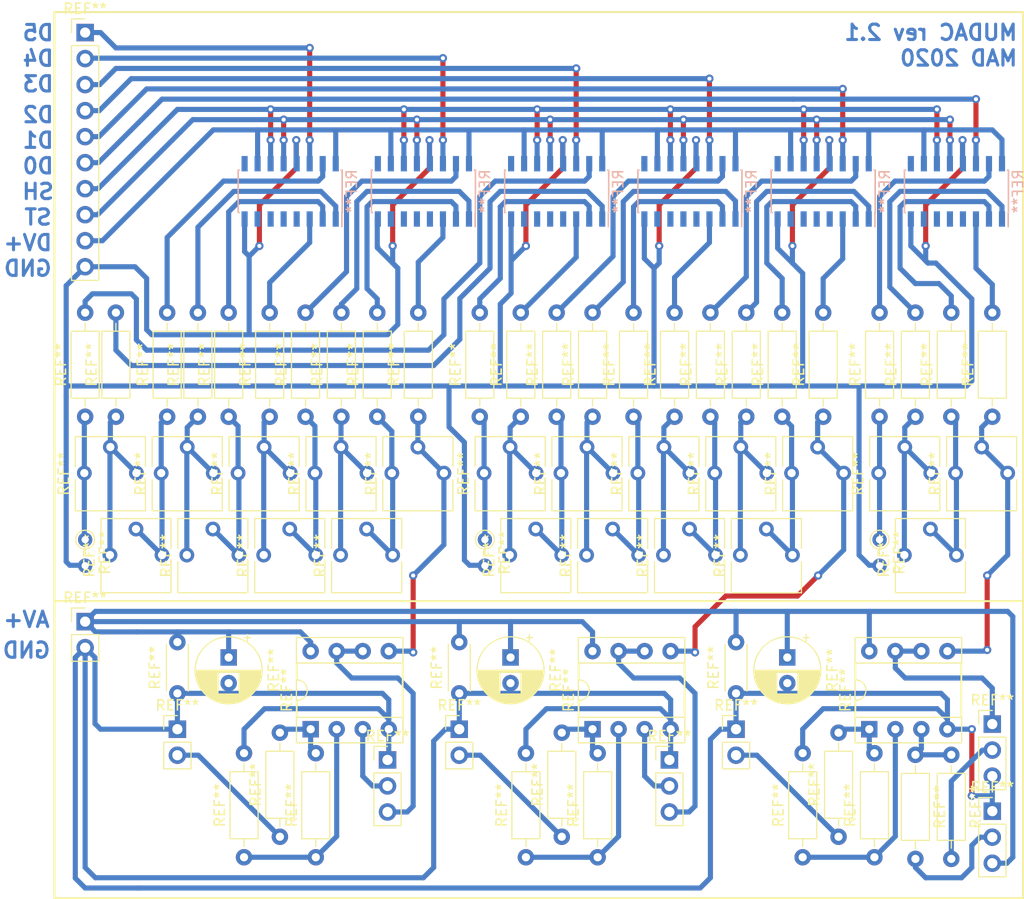
<source format=kicad_pcb>
(kicad_pcb (version 20171130) (host pcbnew "(5.0.1)-4")
  (layers (0 F.Cu signal) (31 B.Cu signal) (34 B.Paste user hide) (35 F.Paste user hide) (36 B.SilkS user hide) (37 F.SilkS user) (38 B.Mask user hide) (39 F.Mask user hide) (44 Edge.Cuts user hide))
  (net 0 "")
  (module Resistor_THT:R_Axial_DIN0207_L6.3mm_D2.5mm_P10.16mm_Horizontal (layer F.Cu) (at 38.5 60.17 90)
    (fp_text reference REF** (at 5.08 -2.37 90) (layer F.SilkS))
    (fp_text value R_Axial_DIN0207_L6.3mm_D2.5mm_P10.16mm_Horizontal)
    (pad 2 thru_hole oval (at 10.16 0 90) (size 1.6 1.6) (drill 0.8) (layers *.Cu *.Mask))
    (pad 1 thru_hole circle (at 0 0 90) (size 1.6 1.6) (drill 0.8) (layers *.Cu *.Mask))
  )
  (module Resistor_THT:R_Axial_DIN0207_L6.3mm_D2.5mm_P10.16mm_Horizontal (layer F.Cu) (at 105.5 93.17 270)
    (fp_text reference REF** (at 5.08 -2.37 270) (layer F.SilkS))
    (fp_text value R_Axial_DIN0207_L6.3mm_D2.5mm_P10.16mm_Horizontal)
    (pad 1 thru_hole circle (at 0 0 270) (size 1.6 1.6) (drill 0.8) (layers *.Cu *.Mask))
    (pad 2 thru_hole oval (at 10.16 0 270) (size 1.6 1.6) (drill 0.8) (layers *.Cu *.Mask))
  )
  (module Resistor_THT:R_Axial_DIN0207_L6.3mm_D2.5mm_P10.16mm_Horizontal (layer F.Cu) (at 101.5 103.17 90)
    (fp_text reference REF** (at 5.08 -2.37 90) (layer F.SilkS))
    (fp_text value R_Axial_DIN0207_L6.3mm_D2.5mm_P10.16mm_Horizontal)
    (pad 2 thru_hole oval (at 10.16 0 90) (size 1.6 1.6) (drill 0.8) (layers *.Cu *.Mask))
    (pad 1 thru_hole circle (at 0 0 90) (size 1.6 1.6) (drill 0.8) (layers *.Cu *.Mask))
  )
  (module Capacitor_THT:C_Disc_D4.3mm_W1.9mm_P5.00mm (layer F.Cu) (at 61 87.17 90)
    (fp_text reference REF** (at 2.5 -2.2 90) (layer F.SilkS))
    (fp_text value C_Disc_D4.3mm_W1.9mm_P5.00mm)
    (pad 1 thru_hole circle (at 0 0 90) (size 1.6 1.6) (drill 0.8) (layers *.Cu *.Mask))
    (pad 2 thru_hole circle (at 5 0 90) (size 1.6 1.6) (drill 0.8) (layers *.Cu *.Mask))
  )
  (module Connector_PinHeader_2.54mm:PinHeader_1x02_P2.54mm_Vertical (layer F.Cu) (at 24.5 80.17)
    (fp_text reference REF** (at 0 -2.33) (layer F.SilkS))
    (fp_text value PinHeader_1x02_P2.54mm_Vertical)
    (pad 1 thru_hole rect (at 0 0) (size 1.7 1.7) (drill 1) (layers *.Cu *.Mask))
    (pad 2 thru_hole oval (at 0 2.54) (size 1.7 1.7) (drill 1) (layers *.Cu *.Mask))
  )
  (module Resistor_THT:R_Axial_DIN0207_L6.3mm_D2.5mm_P10.16mm_Horizontal (layer F.Cu) (at 74.5 103.17 90)
    (fp_text reference REF** (at 5.08 -2.37 90) (layer F.SilkS))
    (fp_text value R_Axial_DIN0207_L6.3mm_D2.5mm_P10.16mm_Horizontal)
    (pad 1 thru_hole circle (at 0 0 90) (size 1.6 1.6) (drill 0.8) (layers *.Cu *.Mask))
    (pad 2 thru_hole oval (at 10.16 0 90) (size 1.6 1.6) (drill 0.8) (layers *.Cu *.Mask))
  )
  (module Connector_PinHeader_2.54mm:PinHeader_1x03_P2.54mm_Vertical (layer F.Cu) (at 81.5 93.67)
    (fp_text reference REF** (at 0 -2.33) (layer F.SilkS))
    (fp_text value PinHeader_1x03_P2.54mm_Vertical)
    (pad 3 thru_hole oval (at 0 5.08) (size 1.7 1.7) (drill 1) (layers *.Cu *.Mask))
    (pad 2 thru_hole oval (at 0 2.54) (size 1.7 1.7) (drill 1) (layers *.Cu *.Mask))
    (pad 1 thru_hole rect (at 0 0) (size 1.7 1.7) (drill 1) (layers *.Cu *.Mask))
  )
  (module Potentiometer_THT:Potentiometer_Vishay_T73YP_Vertical (layer F.Cu) (at 78.5 73.67 90)
    (fp_text reference REF** (at -0.06 -7.09 90) (layer F.SilkS))
    (fp_text value Potentiometer_Vishay_T73YP_Vertical)
    (pad 3 thru_hole circle (at 0 -5.08 90) (size 1.44 1.44) (drill 0.8) (layers *.Cu *.Mask))
    (pad 2 thru_hole circle (at 2.54 -2.54 90) (size 1.44 1.44) (drill 0.8) (layers *.Cu *.Mask))
    (pad 1 thru_hole circle (at 0 0 90) (size 1.44 1.44) (drill 0.8) (layers *.Cu *.Mask))
  )
  (module Resistor_THT:R_Axial_DIN0207_L6.3mm_D2.5mm_P10.16mm_Horizontal (layer F.Cu) (at 43.5 101.17 90)
    (fp_text reference REF** (at 5.08 -2.37 90) (layer F.SilkS))
    (fp_text value R_Axial_DIN0207_L6.3mm_D2.5mm_P10.16mm_Horizontal)
    (pad 1 thru_hole circle (at 0 0 90) (size 1.6 1.6) (drill 0.8) (layers *.Cu *.Mask))
    (pad 2 thru_hole oval (at 10.16 0 90) (size 1.6 1.6) (drill 0.8) (layers *.Cu *.Mask))
  )
  (module Potentiometer_THT:Potentiometer_Vishay_T73YP_Vertical (layer F.Cu) (at 83.5 65.67 90)
    (fp_text reference REF** (at -0.06 -7.09 90) (layer F.SilkS))
    (fp_text value Potentiometer_Vishay_T73YP_Vertical)
    (pad 3 thru_hole circle (at 0 -5.08 90) (size 1.44 1.44) (drill 0.8) (layers *.Cu *.Mask))
    (pad 2 thru_hole circle (at 2.54 -2.54 90) (size 1.44 1.44) (drill 0.8) (layers *.Cu *.Mask))
    (pad 1 thru_hole circle (at 0 0 90) (size 1.44 1.44) (drill 0.8) (layers *.Cu *.Mask))
  )
  (module Capacitor_THT:CP_Radial_D6.3mm_P2.50mm (layer F.Cu) (at 66 83.67 270)
    (fp_text reference REF** (at 1.25 -4.4 270) (layer F.SilkS))
    (fp_text value CP_Radial_D6.3mm_P2.50mm)
    (pad 1 thru_hole rect (at 0 0 270) (size 1.6 1.6) (drill 0.8) (layers *.Cu *.Mask))
    (pad 2 thru_hole circle (at 2.5 0 270) (size 1.6 1.6) (drill 0.8) (layers *.Cu *.Mask))
  )
  (module Capacitor_THT:C_Disc_D4.3mm_W1.9mm_P5.00mm (layer F.Cu) (at 88 87.17 90)
    (fp_text reference REF** (at 2.5 -2.2 90) (layer F.SilkS))
    (fp_text value C_Disc_D4.3mm_W1.9mm_P5.00mm)
    (pad 2 thru_hole circle (at 5 0 90) (size 1.6 1.6) (drill 0.8) (layers *.Cu *.Mask))
    (pad 1 thru_hole circle (at 0 0 90) (size 1.6 1.6) (drill 0.8) (layers *.Cu *.Mask))
  )
  (module Resistor_THT:R_Axial_DIN0207_L6.3mm_D2.5mm_P10.16mm_Horizontal (layer F.Cu) (at 94.5 103.17 90)
    (fp_text reference REF** (at 5.08 -2.37 90) (layer F.SilkS))
    (fp_text value R_Axial_DIN0207_L6.3mm_D2.5mm_P10.16mm_Horizontal)
    (pad 1 thru_hole circle (at 0 0 90) (size 1.6 1.6) (drill 0.8) (layers *.Cu *.Mask))
    (pad 2 thru_hole oval (at 10.16 0 90) (size 1.6 1.6) (drill 0.8) (layers *.Cu *.Mask))
  )
  (module Resistor_THT:R_Axial_DIN0207_L6.3mm_D2.5mm_P10.16mm_Horizontal (layer F.Cu) (at 40 103.17 90)
    (fp_text reference REF** (at 5.08 -2.37 90) (layer F.SilkS))
    (fp_text value R_Axial_DIN0207_L6.3mm_D2.5mm_P10.16mm_Horizontal)
    (pad 1 thru_hole circle (at 0 0 90) (size 1.6 1.6) (drill 0.8) (layers *.Cu *.Mask))
    (pad 2 thru_hole oval (at 10.16 0 90) (size 1.6 1.6) (drill 0.8) (layers *.Cu *.Mask))
  )
  (module Resistor_THT:R_Axial_DIN0207_L6.3mm_D2.5mm_P10.16mm_Horizontal (layer F.Cu) (at 98 101.17 90)
    (fp_text reference REF** (at 5.08 -2.37 90) (layer F.SilkS))
    (fp_text value R_Axial_DIN0207_L6.3mm_D2.5mm_P10.16mm_Horizontal)
    (pad 1 thru_hole circle (at 0 0 90) (size 1.6 1.6) (drill 0.8) (layers *.Cu *.Mask))
    (pad 2 thru_hole oval (at 10.16 0 90) (size 1.6 1.6) (drill 0.8) (layers *.Cu *.Mask))
  )
  (module Connector_PinHeader_2.54mm:PinHeader_1x02_P2.54mm_Vertical (layer F.Cu) (at 88 90.67)
    (fp_text reference REF** (at 0 -2.33) (layer F.SilkS))
    (fp_text value PinHeader_1x02_P2.54mm_Vertical)
    (pad 1 thru_hole rect (at 0 0) (size 1.7 1.7) (drill 1) (layers *.Cu *.Mask))
    (pad 2 thru_hole oval (at 0 2.54) (size 1.7 1.7) (drill 1) (layers *.Cu *.Mask))
  )
  (module Package_DIP:DIP-8_W7.62mm_Socket (layer F.Cu) (at 101 90.67 90)
    (fp_text reference REF** (at 3.81 -2.33 90) (layer F.SilkS))
    (fp_text value DIP-8_W7.62mm_Socket)
    (pad 1 thru_hole rect (at 0 0 90) (size 1.6 1.6) (drill 0.8) (layers *.Cu *.Mask))
    (pad 5 thru_hole oval (at 7.62 7.62 90) (size 1.6 1.6) (drill 0.8) (layers *.Cu *.Mask))
    (pad 2 thru_hole oval (at 0 2.54 90) (size 1.6 1.6) (drill 0.8) (layers *.Cu *.Mask))
    (pad 6 thru_hole oval (at 7.62 5.08 90) (size 1.6 1.6) (drill 0.8) (layers *.Cu *.Mask))
    (pad 3 thru_hole oval (at 0 5.08 90) (size 1.6 1.6) (drill 0.8) (layers *.Cu *.Mask))
    (pad 7 thru_hole oval (at 7.62 2.54 90) (size 1.6 1.6) (drill 0.8) (layers *.Cu *.Mask))
    (pad 4 thru_hole oval (at 0 7.62 90) (size 1.6 1.6) (drill 0.8) (layers *.Cu *.Mask))
    (pad 8 thru_hole oval (at 7.62 0 90) (size 1.6 1.6) (drill 0.8) (layers *.Cu *.Mask))
  )
  (module Potentiometer_THT:Potentiometer_Vishay_T73YP_Vertical (layer F.Cu) (at 91 65.67 90)
    (fp_text reference REF** (at -0.06 -7.09 90) (layer F.SilkS))
    (fp_text value Potentiometer_Vishay_T73YP_Vertical)
    (pad 1 thru_hole circle (at 0 0 90) (size 1.44 1.44) (drill 0.8) (layers *.Cu *.Mask))
    (pad 2 thru_hole circle (at 2.54 -2.54 90) (size 1.44 1.44) (drill 0.8) (layers *.Cu *.Mask))
    (pad 3 thru_hole circle (at 0 -5.08 90) (size 1.44 1.44) (drill 0.8) (layers *.Cu *.Mask))
  )
  (module Potentiometer_THT:Potentiometer_Vishay_T73YP_Vertical (layer F.Cu) (at 68.5 65.67 90)
    (fp_text reference REF** (at -0.06 -7.09 90) (layer F.SilkS))
    (fp_text value Potentiometer_Vishay_T73YP_Vertical)
    (pad 3 thru_hole circle (at 0 -5.08 90) (size 1.44 1.44) (drill 0.8) (layers *.Cu *.Mask))
    (pad 2 thru_hole circle (at 2.54 -2.54 90) (size 1.44 1.44) (drill 0.8) (layers *.Cu *.Mask))
    (pad 1 thru_hole circle (at 0 0 90) (size 1.44 1.44) (drill 0.8) (layers *.Cu *.Mask))
  )
  (module Potentiometer_THT:Potentiometer_Vishay_T73YP_Vertical (layer F.Cu) (at 93.5 73.67 90)
    (fp_text reference REF** (at -0.06 -7.09 90) (layer F.SilkS))
    (fp_text value Potentiometer_Vishay_T73YP_Vertical)
    (pad 3 thru_hole circle (at 0 -5.08 90) (size 1.44 1.44) (drill 0.8) (layers *.Cu *.Mask))
    (pad 2 thru_hole circle (at 2.54 -2.54 90) (size 1.44 1.44) (drill 0.8) (layers *.Cu *.Mask))
    (pad 1 thru_hole circle (at 0 0 90) (size 1.44 1.44) (drill 0.8) (layers *.Cu *.Mask))
  )
  (module Resistor_THT:R_Axial_DIN0207_L6.3mm_D2.5mm_P10.16mm_Horizontal (layer F.Cu) (at 47 103.17 90)
    (fp_text reference REF** (at 5.08 -2.37 90) (layer F.SilkS))
    (fp_text value R_Axial_DIN0207_L6.3mm_D2.5mm_P10.16mm_Horizontal)
    (pad 2 thru_hole oval (at 10.16 0 90) (size 1.6 1.6) (drill 0.8) (layers *.Cu *.Mask))
    (pad 1 thru_hole circle (at 0 0 90) (size 1.6 1.6) (drill 0.8) (layers *.Cu *.Mask))
  )
  (module Resistor_THT:R_Axial_DIN0207_L6.3mm_D2.5mm_P10.16mm_Horizontal (layer F.Cu) (at 71 101.17 90)
    (fp_text reference REF** (at 5.08 -2.37 90) (layer F.SilkS))
    (fp_text value R_Axial_DIN0207_L6.3mm_D2.5mm_P10.16mm_Horizontal)
    (pad 2 thru_hole oval (at 10.16 0 90) (size 1.6 1.6) (drill 0.8) (layers *.Cu *.Mask))
    (pad 1 thru_hole circle (at 0 0 90) (size 1.6 1.6) (drill 0.8) (layers *.Cu *.Mask))
  )
  (module Capacitor_THT:CP_Radial_D6.3mm_P2.50mm (layer F.Cu) (at 93 83.67 270)
    (fp_text reference REF** (at 1.25 -4.4 270) (layer F.SilkS))
    (fp_text value CP_Radial_D6.3mm_P2.50mm)
    (pad 2 thru_hole circle (at 2.5 0 270) (size 1.6 1.6) (drill 0.8) (layers *.Cu *.Mask))
    (pad 1 thru_hole rect (at 0 0 270) (size 1.6 1.6) (drill 0.8) (layers *.Cu *.Mask))
  )
  (module Resistor_THT:R_Axial_DIN0207_L6.3mm_D2.5mm_P10.16mm_Horizontal (layer F.Cu) (at 67.5 103.17 90)
    (fp_text reference REF** (at 5.08 -2.37 90) (layer F.SilkS))
    (fp_text value R_Axial_DIN0207_L6.3mm_D2.5mm_P10.16mm_Horizontal)
    (pad 2 thru_hole oval (at 10.16 0 90) (size 1.6 1.6) (drill 0.8) (layers *.Cu *.Mask))
    (pad 1 thru_hole circle (at 0 0 90) (size 1.6 1.6) (drill 0.8) (layers *.Cu *.Mask))
  )
  (module Connector_PinHeader_2.54mm:PinHeader_1x03_P2.54mm_Vertical (layer F.Cu) (at 113 98.67)
    (fp_text reference REF** (at 0 -2.33) (layer F.SilkS))
    (fp_text value PinHeader_1x03_P2.54mm_Vertical)
    (pad 3 thru_hole oval (at 0 5.08) (size 1.7 1.7) (drill 1) (layers *.Cu *.Mask))
    (pad 2 thru_hole oval (at 0 2.54) (size 1.7 1.7) (drill 1) (layers *.Cu *.Mask))
    (pad 1 thru_hole rect (at 0 0) (size 1.7 1.7) (drill 1) (layers *.Cu *.Mask))
  )
  (module Resistor_THT:R_Axial_DIN0204_L3.6mm_D1.6mm_P2.54mm_Vertical (layer F.Cu) (at 63.5 72.17 270)
    (fp_text reference REF** (at 1.27 -1.92 270) (layer F.SilkS))
    (fp_text value R_Axial_DIN0204_L3.6mm_D1.6mm_P2.54mm_Vertical)
    (pad 2 thru_hole oval (at 2.54 0 270) (size 1.4 1.4) (drill 0.7) (layers *.Cu *.Mask))
    (pad 1 thru_hole circle (at 0 0 270) (size 1.4 1.4) (drill 0.7) (layers *.Cu *.Mask))
  )
  (module Potentiometer_THT:Potentiometer_Vishay_T73YP_Vertical (layer F.Cu) (at 86 73.67 90)
    (fp_text reference REF** (at -0.06 -7.09 90) (layer F.SilkS))
    (fp_text value Potentiometer_Vishay_T73YP_Vertical)
    (pad 1 thru_hole circle (at 0 0 90) (size 1.44 1.44) (drill 0.8) (layers *.Cu *.Mask))
    (pad 2 thru_hole circle (at 2.54 -2.54 90) (size 1.44 1.44) (drill 0.8) (layers *.Cu *.Mask))
    (pad 3 thru_hole circle (at 0 -5.08 90) (size 1.44 1.44) (drill 0.8) (layers *.Cu *.Mask))
  )
  (module Potentiometer_THT:Potentiometer_Vishay_T73YP_Vertical (layer F.Cu) (at 98.5 65.67 90)
    (fp_text reference REF** (at -0.06 -7.09 90) (layer F.SilkS))
    (fp_text value Potentiometer_Vishay_T73YP_Vertical)
    (pad 3 thru_hole circle (at 0 -5.08 90) (size 1.44 1.44) (drill 0.8) (layers *.Cu *.Mask))
    (pad 2 thru_hole circle (at 2.54 -2.54 90) (size 1.44 1.44) (drill 0.8) (layers *.Cu *.Mask))
    (pad 1 thru_hole circle (at 0 0 90) (size 1.44 1.44) (drill 0.8) (layers *.Cu *.Mask))
  )
  (module Resistor_THT:R_Axial_DIN0207_L6.3mm_D2.5mm_P10.16mm_Horizontal (layer F.Cu) (at 109 93.17 270)
    (fp_text reference REF** (at 5.08 -2.37 270) (layer F.SilkS))
    (fp_text value R_Axial_DIN0207_L6.3mm_D2.5mm_P10.16mm_Horizontal)
    (pad 2 thru_hole oval (at 10.16 0 270) (size 1.6 1.6) (drill 0.8) (layers *.Cu *.Mask))
    (pad 1 thru_hole circle (at 0 0 270) (size 1.6 1.6) (drill 0.8) (layers *.Cu *.Mask))
  )
  (module Connector_PinHeader_2.54mm:PinHeader_1x02_P2.54mm_Vertical (layer F.Cu) (at 61 90.67)
    (fp_text reference REF** (at 0 -2.33) (layer F.SilkS))
    (fp_text value PinHeader_1x02_P2.54mm_Vertical)
    (pad 2 thru_hole oval (at 0 2.54) (size 1.7 1.7) (drill 1) (layers *.Cu *.Mask))
    (pad 1 thru_hole rect (at 0 0) (size 1.7 1.7) (drill 1) (layers *.Cu *.Mask))
  )
  (module Package_DIP:DIP-8_W7.62mm_Socket (layer F.Cu) (at 74 90.67 90)
    (fp_text reference REF** (at 3.81 -2.33 90) (layer F.SilkS))
    (fp_text value DIP-8_W7.62mm_Socket)
    (pad 8 thru_hole oval (at 7.62 0 90) (size 1.6 1.6) (drill 0.8) (layers *.Cu *.Mask))
    (pad 4 thru_hole oval (at 0 7.62 90) (size 1.6 1.6) (drill 0.8) (layers *.Cu *.Mask))
    (pad 7 thru_hole oval (at 7.62 2.54 90) (size 1.6 1.6) (drill 0.8) (layers *.Cu *.Mask))
    (pad 3 thru_hole oval (at 0 5.08 90) (size 1.6 1.6) (drill 0.8) (layers *.Cu *.Mask))
    (pad 6 thru_hole oval (at 7.62 5.08 90) (size 1.6 1.6) (drill 0.8) (layers *.Cu *.Mask))
    (pad 2 thru_hole oval (at 0 2.54 90) (size 1.6 1.6) (drill 0.8) (layers *.Cu *.Mask))
    (pad 5 thru_hole oval (at 7.62 7.62 90) (size 1.6 1.6) (drill 0.8) (layers *.Cu *.Mask))
    (pad 1 thru_hole rect (at 0 0 90) (size 1.6 1.6) (drill 0.8) (layers *.Cu *.Mask))
  )
  (module Connector_PinHeader_2.54mm:PinHeader_1x03_P2.54mm_Vertical (layer F.Cu) (at 113 90.17)
    (fp_text reference REF** (at 0 -2.33) (layer F.SilkS))
    (fp_text value PinHeader_1x03_P2.54mm_Vertical)
    (pad 1 thru_hole rect (at 0 0) (size 1.7 1.7) (drill 1) (layers *.Cu *.Mask))
    (pad 2 thru_hole oval (at 0 2.54) (size 1.7 1.7) (drill 1) (layers *.Cu *.Mask))
    (pad 3 thru_hole oval (at 0 5.08) (size 1.7 1.7) (drill 1) (layers *.Cu *.Mask))
  )
  (module Potentiometer_THT:Potentiometer_Vishay_T73YP_Vertical (layer F.Cu) (at 71 73.67 90)
    (fp_text reference REF** (at -0.06 -7.09 90) (layer F.SilkS))
    (fp_text value Potentiometer_Vishay_T73YP_Vertical)
    (pad 1 thru_hole circle (at 0 0 90) (size 1.44 1.44) (drill 0.8) (layers *.Cu *.Mask))
    (pad 2 thru_hole circle (at 2.54 -2.54 90) (size 1.44 1.44) (drill 0.8) (layers *.Cu *.Mask))
    (pad 3 thru_hole circle (at 0 -5.08 90) (size 1.44 1.44) (drill 0.8) (layers *.Cu *.Mask))
  )
  (module Potentiometer_THT:Potentiometer_Vishay_T73YP_Vertical (layer F.Cu) (at 76 65.67 90)
    (fp_text reference REF** (at -0.06 -7.09 90) (layer F.SilkS))
    (fp_text value Potentiometer_Vishay_T73YP_Vertical)
    (pad 1 thru_hole circle (at 0 0 90) (size 1.44 1.44) (drill 0.8) (layers *.Cu *.Mask))
    (pad 2 thru_hole circle (at 2.54 -2.54 90) (size 1.44 1.44) (drill 0.8) (layers *.Cu *.Mask))
    (pad 3 thru_hole circle (at 0 -5.08 90) (size 1.44 1.44) (drill 0.8) (layers *.Cu *.Mask))
  )
  (module Connector_PinHeader_2.54mm:PinHeader_1x03_P2.54mm_Vertical (layer F.Cu) (at 54 93.67)
    (fp_text reference REF** (at 0 -2.33) (layer F.SilkS))
    (fp_text value PinHeader_1x03_P2.54mm_Vertical)
    (pad 3 thru_hole oval (at 0 5.08) (size 1.7 1.7) (drill 1) (layers *.Cu *.Mask))
    (pad 2 thru_hole oval (at 0 2.54) (size 1.7 1.7) (drill 1) (layers *.Cu *.Mask))
    (pad 1 thru_hole rect (at 0 0) (size 1.7 1.7) (drill 1) (layers *.Cu *.Mask))
  )
  (module Package_SO:SOIC-16_3.9x9.9mm_P1.27mm (layer B.Cu) (at 83.5 38.17 90)
    (fp_text reference REF** (at 0 6 90) (layer B.SilkS) (effects (justify mirror)))
    (fp_text value SOIC-16_3.9x9.9mm_P1.27mm)
    (pad 16 smd rect (at 2.7 4.445 90) (size 1.5 0.6) (layers B.Cu B.Paste B.Mask))
    (pad 15 smd rect (at 2.7 3.175 90) (size 1.5 0.6) (layers B.Cu B.Paste B.Mask))
    (pad 14 smd rect (at 2.7 1.905 90) (size 1.5 0.6) (layers B.Cu B.Paste B.Mask))
    (pad 13 smd rect (at 2.7 0.635 90) (size 1.5 0.6) (layers B.Cu B.Paste B.Mask))
    (pad 12 smd rect (at 2.7 -0.635 90) (size 1.5 0.6) (layers B.Cu B.Paste B.Mask))
    (pad 11 smd rect (at 2.7 -1.905 90) (size 1.5 0.6) (layers B.Cu B.Paste B.Mask))
    (pad 10 smd rect (at 2.7 -3.175 90) (size 1.5 0.6) (layers B.Cu B.Paste B.Mask))
    (pad 9 smd rect (at 2.7 -4.445 90) (size 1.5 0.6) (layers B.Cu B.Paste B.Mask))
    (pad 8 smd rect (at -2.7 -4.445 90) (size 1.5 0.6) (layers B.Cu B.Paste B.Mask))
    (pad 7 smd rect (at -2.7 -3.175 90) (size 1.5 0.6) (layers B.Cu B.Paste B.Mask))
    (pad 6 smd rect (at -2.7 -1.905 90) (size 1.5 0.6) (layers B.Cu B.Paste B.Mask))
    (pad 5 smd rect (at -2.7 -0.635 90) (size 1.5 0.6) (layers B.Cu B.Paste B.Mask))
    (pad 4 smd rect (at -2.7 0.635 90) (size 1.5 0.6) (layers B.Cu B.Paste B.Mask))
    (pad 3 smd rect (at -2.7 1.905 90) (size 1.5 0.6) (layers B.Cu B.Paste B.Mask))
    (pad 2 smd rect (at -2.7 3.175 90) (size 1.5 0.6) (layers B.Cu B.Paste B.Mask))
    (pad 1 smd rect (at -2.7 4.445 90) (size 1.5 0.6) (layers B.Cu B.Paste B.Mask))
  )
  (module Package_SO:SOIC-16_3.9x9.9mm_P1.27mm (layer B.Cu) (at 70.5 38.17 90)
    (fp_text reference REF** (at 0 6 90) (layer B.SilkS) (effects (justify mirror)))
    (fp_text value SOIC-16_3.9x9.9mm_P1.27mm)
    (pad 1 smd rect (at -2.7 4.445 90) (size 1.5 0.6) (layers B.Cu B.Paste B.Mask))
    (pad 2 smd rect (at -2.7 3.175 90) (size 1.5 0.6) (layers B.Cu B.Paste B.Mask))
    (pad 3 smd rect (at -2.7 1.905 90) (size 1.5 0.6) (layers B.Cu B.Paste B.Mask))
    (pad 4 smd rect (at -2.7 0.635 90) (size 1.5 0.6) (layers B.Cu B.Paste B.Mask))
    (pad 5 smd rect (at -2.7 -0.635 90) (size 1.5 0.6) (layers B.Cu B.Paste B.Mask))
    (pad 6 smd rect (at -2.7 -1.905 90) (size 1.5 0.6) (layers B.Cu B.Paste B.Mask))
    (pad 7 smd rect (at -2.7 -3.175 90) (size 1.5 0.6) (layers B.Cu B.Paste B.Mask))
    (pad 8 smd rect (at -2.7 -4.445 90) (size 1.5 0.6) (layers B.Cu B.Paste B.Mask))
    (pad 9 smd rect (at 2.7 -4.445 90) (size 1.5 0.6) (layers B.Cu B.Paste B.Mask))
    (pad 10 smd rect (at 2.7 -3.175 90) (size 1.5 0.6) (layers B.Cu B.Paste B.Mask))
    (pad 11 smd rect (at 2.7 -1.905 90) (size 1.5 0.6) (layers B.Cu B.Paste B.Mask))
    (pad 12 smd rect (at 2.7 -0.635 90) (size 1.5 0.6) (layers B.Cu B.Paste B.Mask))
    (pad 13 smd rect (at 2.7 0.635 90) (size 1.5 0.6) (layers B.Cu B.Paste B.Mask))
    (pad 14 smd rect (at 2.7 1.905 90) (size 1.5 0.6) (layers B.Cu B.Paste B.Mask))
    (pad 15 smd rect (at 2.7 3.175 90) (size 1.5 0.6) (layers B.Cu B.Paste B.Mask))
    (pad 16 smd rect (at 2.7 4.445 90) (size 1.5 0.6) (layers B.Cu B.Paste B.Mask))
  )
  (module Resistor_THT:R_Axial_DIN0207_L6.3mm_D2.5mm_P10.16mm_Horizontal (layer F.Cu) (at 109 60.17 90)
    (fp_text reference REF** (at 5.08 -2.37 90) (layer F.SilkS))
    (fp_text value R_Axial_DIN0207_L6.3mm_D2.5mm_P10.16mm_Horizontal)
    (pad 2 thru_hole oval (at 10.16 0 90) (size 1.6 1.6) (drill 0.8) (layers *.Cu *.Mask))
    (pad 1 thru_hole circle (at 0 0 90) (size 1.6 1.6) (drill 0.8) (layers *.Cu *.Mask))
  )
  (module Resistor_THT:R_Axial_DIN0207_L6.3mm_D2.5mm_P10.16mm_Horizontal (layer F.Cu) (at 102 60.17 90)
    (fp_text reference REF** (at 5.08 -2.37 90) (layer F.SilkS))
    (fp_text value R_Axial_DIN0207_L6.3mm_D2.5mm_P10.16mm_Horizontal)
    (pad 2 thru_hole oval (at 10.16 0 90) (size 1.6 1.6) (drill 0.8) (layers *.Cu *.Mask))
    (pad 1 thru_hole circle (at 0 0 90) (size 1.6 1.6) (drill 0.8) (layers *.Cu *.Mask))
  )
  (module Package_SO:SOIC-16_3.9x9.9mm_P1.27mm (layer B.Cu) (at 109.5 38.17 90)
    (fp_text reference REF** (at 0 6 90) (layer B.SilkS) (effects (justify mirror)))
    (fp_text value SOIC-16_3.9x9.9mm_P1.27mm)
    (pad 1 smd rect (at -2.7 4.445 90) (size 1.5 0.6) (layers B.Cu B.Paste B.Mask))
    (pad 2 smd rect (at -2.7 3.175 90) (size 1.5 0.6) (layers B.Cu B.Paste B.Mask))
    (pad 3 smd rect (at -2.7 1.905 90) (size 1.5 0.6) (layers B.Cu B.Paste B.Mask))
    (pad 4 smd rect (at -2.7 0.635 90) (size 1.5 0.6) (layers B.Cu B.Paste B.Mask))
    (pad 5 smd rect (at -2.7 -0.635 90) (size 1.5 0.6) (layers B.Cu B.Paste B.Mask))
    (pad 6 smd rect (at -2.7 -1.905 90) (size 1.5 0.6) (layers B.Cu B.Paste B.Mask))
    (pad 7 smd rect (at -2.7 -3.175 90) (size 1.5 0.6) (layers B.Cu B.Paste B.Mask))
    (pad 8 smd rect (at -2.7 -4.445 90) (size 1.5 0.6) (layers B.Cu B.Paste B.Mask))
    (pad 9 smd rect (at 2.7 -4.445 90) (size 1.5 0.6) (layers B.Cu B.Paste B.Mask))
    (pad 10 smd rect (at 2.7 -3.175 90) (size 1.5 0.6) (layers B.Cu B.Paste B.Mask))
    (pad 11 smd rect (at 2.7 -1.905 90) (size 1.5 0.6) (layers B.Cu B.Paste B.Mask))
    (pad 12 smd rect (at 2.7 -0.635 90) (size 1.5 0.6) (layers B.Cu B.Paste B.Mask))
    (pad 13 smd rect (at 2.7 0.635 90) (size 1.5 0.6) (layers B.Cu B.Paste B.Mask))
    (pad 14 smd rect (at 2.7 1.905 90) (size 1.5 0.6) (layers B.Cu B.Paste B.Mask))
    (pad 15 smd rect (at 2.7 3.175 90) (size 1.5 0.6) (layers B.Cu B.Paste B.Mask))
    (pad 16 smd rect (at 2.7 4.445 90) (size 1.5 0.6) (layers B.Cu B.Paste B.Mask))
  )
  (module Resistor_THT:R_Axial_DIN0207_L6.3mm_D2.5mm_P10.16mm_Horizontal (layer F.Cu) (at 113 60.17 90)
    (fp_text reference REF** (at 5.08 -2.37 90) (layer F.SilkS))
    (fp_text value R_Axial_DIN0207_L6.3mm_D2.5mm_P10.16mm_Horizontal)
    (pad 1 thru_hole circle (at 0 0 90) (size 1.6 1.6) (drill 0.8) (layers *.Cu *.Mask))
    (pad 2 thru_hole oval (at 10.16 0 90) (size 1.6 1.6) (drill 0.8) (layers *.Cu *.Mask))
  )
  (module Resistor_THT:R_Axial_DIN0204_L3.6mm_D1.6mm_P2.54mm_Vertical (layer F.Cu) (at 102 72.17 270)
    (fp_text reference REF** (at 1.27 -1.92 270) (layer F.SilkS))
    (fp_text value R_Axial_DIN0204_L3.6mm_D1.6mm_P2.54mm_Vertical)
    (pad 1 thru_hole circle (at 0 0 270) (size 1.4 1.4) (drill 0.7) (layers *.Cu *.Mask))
    (pad 2 thru_hole oval (at 2.54 0 270) (size 1.4 1.4) (drill 0.7) (layers *.Cu *.Mask))
  )
  (module Resistor_THT:R_Axial_DIN0207_L6.3mm_D2.5mm_P10.16mm_Horizontal (layer F.Cu) (at 105.5 60.17 90)
    (fp_text reference REF** (at 5.08 -2.37 90) (layer F.SilkS))
    (fp_text value R_Axial_DIN0207_L6.3mm_D2.5mm_P10.16mm_Horizontal)
    (pad 1 thru_hole circle (at 0 0 90) (size 1.6 1.6) (drill 0.8) (layers *.Cu *.Mask))
    (pad 2 thru_hole oval (at 10.16 0 90) (size 1.6 1.6) (drill 0.8) (layers *.Cu *.Mask))
  )
  (module Resistor_THT:R_Axial_DIN0207_L6.3mm_D2.5mm_P10.16mm_Horizontal (layer F.Cu) (at 92.5 60.17 90)
    (fp_text reference REF** (at 5.08 -2.37 90) (layer F.SilkS))
    (fp_text value R_Axial_DIN0207_L6.3mm_D2.5mm_P10.16mm_Horizontal)
    (pad 1 thru_hole circle (at 0 0 90) (size 1.6 1.6) (drill 0.8) (layers *.Cu *.Mask))
    (pad 2 thru_hole oval (at 10.16 0 90) (size 1.6 1.6) (drill 0.8) (layers *.Cu *.Mask))
  )
  (module Resistor_THT:R_Axial_DIN0207_L6.3mm_D2.5mm_P10.16mm_Horizontal (layer F.Cu) (at 74 60.17 90)
    (fp_text reference REF** (at 5.08 -2.37 90) (layer F.SilkS))
    (fp_text value R_Axial_DIN0207_L6.3mm_D2.5mm_P10.16mm_Horizontal)
    (pad 2 thru_hole oval (at 10.16 0 90) (size 1.6 1.6) (drill 0.8) (layers *.Cu *.Mask))
    (pad 1 thru_hole circle (at 0 0 90) (size 1.6 1.6) (drill 0.8) (layers *.Cu *.Mask))
  )
  (module Resistor_THT:R_Axial_DIN0207_L6.3mm_D2.5mm_P10.16mm_Horizontal (layer F.Cu) (at 32.5 60.17 90)
    (fp_text reference REF** (at 5.08 -2.37 90) (layer F.SilkS))
    (fp_text value R_Axial_DIN0207_L6.3mm_D2.5mm_P10.16mm_Horizontal)
    (pad 2 thru_hole oval (at 10.16 0 90) (size 1.6 1.6) (drill 0.8) (layers *.Cu *.Mask))
    (pad 1 thru_hole circle (at 0 0 90) (size 1.6 1.6) (drill 0.8) (layers *.Cu *.Mask))
  )
  (module Resistor_THT:R_Axial_DIN0207_L6.3mm_D2.5mm_P10.16mm_Horizontal (layer F.Cu) (at 67 60.17 90)
    (fp_text reference REF** (at 5.08 -2.37 90) (layer F.SilkS))
    (fp_text value R_Axial_DIN0207_L6.3mm_D2.5mm_P10.16mm_Horizontal)
    (pad 2 thru_hole oval (at 10.16 0 90) (size 1.6 1.6) (drill 0.8) (layers *.Cu *.Mask))
    (pad 1 thru_hole circle (at 0 0 90) (size 1.6 1.6) (drill 0.8) (layers *.Cu *.Mask))
  )
  (module Potentiometer_THT:Potentiometer_Vishay_T73YP_Vertical (layer F.Cu) (at 59.5 65.67 90)
    (fp_text reference REF** (at -0.06 -7.09 90) (layer F.SilkS))
    (fp_text value Potentiometer_Vishay_T73YP_Vertical)
    (pad 1 thru_hole circle (at 0 0 90) (size 1.44 1.44) (drill 0.8) (layers *.Cu *.Mask))
    (pad 2 thru_hole circle (at 2.54 -2.54 90) (size 1.44 1.44) (drill 0.8) (layers *.Cu *.Mask))
    (pad 3 thru_hole circle (at 0 -5.08 90) (size 1.44 1.44) (drill 0.8) (layers *.Cu *.Mask))
  )
  (module Resistor_THT:R_Axial_DIN0204_L3.6mm_D1.6mm_P2.54mm_Vertical (layer F.Cu) (at 24.5 72.17 270)
    (fp_text reference REF** (at 1.27 -1.92 270) (layer F.SilkS))
    (fp_text value R_Axial_DIN0204_L3.6mm_D1.6mm_P2.54mm_Vertical)
    (pad 1 thru_hole circle (at 0 0 270) (size 1.4 1.4) (drill 0.7) (layers *.Cu *.Mask))
    (pad 2 thru_hole oval (at 2.54 0 270) (size 1.4 1.4) (drill 0.7) (layers *.Cu *.Mask))
  )
  (module Potentiometer_THT:Potentiometer_Vishay_T73YP_Vertical (layer F.Cu) (at 37 65.67 90)
    (fp_text reference REF** (at -0.06 -7.09 90) (layer F.SilkS))
    (fp_text value Potentiometer_Vishay_T73YP_Vertical)
    (pad 3 thru_hole circle (at 0 -5.08 90) (size 1.44 1.44) (drill 0.8) (layers *.Cu *.Mask))
    (pad 2 thru_hole circle (at 2.54 -2.54 90) (size 1.44 1.44) (drill 0.8) (layers *.Cu *.Mask))
    (pad 1 thru_hole circle (at 0 0 90) (size 1.44 1.44) (drill 0.8) (layers *.Cu *.Mask))
  )
  (module Resistor_THT:R_Axial_DIN0207_L6.3mm_D2.5mm_P10.16mm_Horizontal (layer F.Cu) (at 53 60.17 90)
    (fp_text reference REF** (at 5.08 -2.37 90) (layer F.SilkS))
    (fp_text value R_Axial_DIN0207_L6.3mm_D2.5mm_P10.16mm_Horizontal)
    (pad 2 thru_hole oval (at 10.16 0 90) (size 1.6 1.6) (drill 0.8) (layers *.Cu *.Mask))
    (pad 1 thru_hole circle (at 0 0 90) (size 1.6 1.6) (drill 0.8) (layers *.Cu *.Mask))
  )
  (module Resistor_THT:R_Axial_DIN0207_L6.3mm_D2.5mm_P10.16mm_Horizontal (layer F.Cu) (at 49.5 60.17 90)
    (fp_text reference REF** (at 5.08 -2.37 90) (layer F.SilkS))
    (fp_text value R_Axial_DIN0207_L6.3mm_D2.5mm_P10.16mm_Horizontal)
    (pad 1 thru_hole circle (at 0 0 90) (size 1.6 1.6) (drill 0.8) (layers *.Cu *.Mask))
    (pad 2 thru_hole oval (at 10.16 0 90) (size 1.6 1.6) (drill 0.8) (layers *.Cu *.Mask))
  )
  (module Connector_PinHeader_2.54mm:PinHeader_1x10_P2.54mm_Vertical (layer F.Cu) (at 24.5 22.67)
    (fp_text reference REF** (at 0 -2.33) (layer F.SilkS))
    (fp_text value PinHeader_1x10_P2.54mm_Vertical)
    (pad 10 thru_hole oval (at 0 22.86) (size 1.7 1.7) (drill 1) (layers *.Cu *.Mask))
    (pad 9 thru_hole oval (at 0 20.32) (size 1.7 1.7) (drill 1) (layers *.Cu *.Mask))
    (pad 8 thru_hole oval (at 0 17.78) (size 1.7 1.7) (drill 1) (layers *.Cu *.Mask))
    (pad 7 thru_hole oval (at 0 15.24) (size 1.7 1.7) (drill 1) (layers *.Cu *.Mask))
    (pad 6 thru_hole oval (at 0 12.7) (size 1.7 1.7) (drill 1) (layers *.Cu *.Mask))
    (pad 5 thru_hole oval (at 0 10.16) (size 1.7 1.7) (drill 1) (layers *.Cu *.Mask))
    (pad 4 thru_hole oval (at 0 7.62) (size 1.7 1.7) (drill 1) (layers *.Cu *.Mask))
    (pad 3 thru_hole oval (at 0 5.08) (size 1.7 1.7) (drill 1) (layers *.Cu *.Mask))
    (pad 2 thru_hole oval (at 0 2.54) (size 1.7 1.7) (drill 1) (layers *.Cu *.Mask))
    (pad 1 thru_hole rect (at 0 0) (size 1.7 1.7) (drill 1) (layers *.Cu *.Mask))
  )
  (module Potentiometer_THT:Potentiometer_Vishay_T73YP_Vertical (layer F.Cu) (at 52 65.67 90)
    (fp_text reference REF** (at -0.06 -7.09 90) (layer F.SilkS))
    (fp_text value Potentiometer_Vishay_T73YP_Vertical)
    (pad 3 thru_hole circle (at 0 -5.08 90) (size 1.44 1.44) (drill 0.8) (layers *.Cu *.Mask))
    (pad 2 thru_hole circle (at 2.54 -2.54 90) (size 1.44 1.44) (drill 0.8) (layers *.Cu *.Mask))
    (pad 1 thru_hole circle (at 0 0 90) (size 1.44 1.44) (drill 0.8) (layers *.Cu *.Mask))
  )
  (module Connector_PinHeader_2.54mm:PinHeader_1x02_P2.54mm_Vertical (layer F.Cu) (at 33.5 90.67)
    (fp_text reference REF** (at 0 -2.33) (layer F.SilkS))
    (fp_text value PinHeader_1x02_P2.54mm_Vertical)
    (pad 2 thru_hole oval (at 0 2.54) (size 1.7 1.7) (drill 1) (layers *.Cu *.Mask))
    (pad 1 thru_hole rect (at 0 0) (size 1.7 1.7) (drill 1) (layers *.Cu *.Mask))
  )
  (module Resistor_THT:R_Axial_DIN0207_L6.3mm_D2.5mm_P10.16mm_Horizontal (layer F.Cu) (at 96.5 60.17 90)
    (fp_text reference REF** (at 5.08 -2.37 90) (layer F.SilkS))
    (fp_text value R_Axial_DIN0207_L6.3mm_D2.5mm_P10.16mm_Horizontal)
    (pad 2 thru_hole oval (at 10.16 0 90) (size 1.6 1.6) (drill 0.8) (layers *.Cu *.Mask))
    (pad 1 thru_hole circle (at 0 0 90) (size 1.6 1.6) (drill 0.8) (layers *.Cu *.Mask))
  )
  (module Potentiometer_THT:Potentiometer_Vishay_T73YP_Vertical (layer F.Cu) (at 107 65.67 90)
    (fp_text reference REF** (at -0.06 -7.09 90) (layer F.SilkS))
    (fp_text value Potentiometer_Vishay_T73YP_Vertical)
    (pad 1 thru_hole circle (at 0 0 90) (size 1.44 1.44) (drill 0.8) (layers *.Cu *.Mask))
    (pad 2 thru_hole circle (at 2.54 -2.54 90) (size 1.44 1.44) (drill 0.8) (layers *.Cu *.Mask))
    (pad 3 thru_hole circle (at 0 -5.08 90) (size 1.44 1.44) (drill 0.8) (layers *.Cu *.Mask))
  )
  (module Resistor_THT:R_Axial_DIN0207_L6.3mm_D2.5mm_P10.16mm_Horizontal (layer F.Cu) (at 63 60.17 90)
    (fp_text reference REF** (at 5.08 -2.37 90) (layer F.SilkS))
    (fp_text value R_Axial_DIN0207_L6.3mm_D2.5mm_P10.16mm_Horizontal)
    (pad 1 thru_hole circle (at 0 0 90) (size 1.6 1.6) (drill 0.8) (layers *.Cu *.Mask))
    (pad 2 thru_hole oval (at 10.16 0 90) (size 1.6 1.6) (drill 0.8) (layers *.Cu *.Mask))
  )
  (module Resistor_THT:R_Axial_DIN0207_L6.3mm_D2.5mm_P10.16mm_Horizontal (layer F.Cu) (at 78 60.17 90)
    (fp_text reference REF** (at 5.08 -2.37 90) (layer F.SilkS))
    (fp_text value R_Axial_DIN0207_L6.3mm_D2.5mm_P10.16mm_Horizontal)
    (pad 1 thru_hole circle (at 0 0 90) (size 1.6 1.6) (drill 0.8) (layers *.Cu *.Mask))
    (pad 2 thru_hole oval (at 10.16 0 90) (size 1.6 1.6) (drill 0.8) (layers *.Cu *.Mask))
  )
  (module Resistor_THT:R_Axial_DIN0207_L6.3mm_D2.5mm_P10.16mm_Horizontal (layer F.Cu) (at 89 60.17 90)
    (fp_text reference REF** (at 5.08 -2.37 90) (layer F.SilkS))
    (fp_text value R_Axial_DIN0207_L6.3mm_D2.5mm_P10.16mm_Horizontal)
    (pad 2 thru_hole oval (at 10.16 0 90) (size 1.6 1.6) (drill 0.8) (layers *.Cu *.Mask))
    (pad 1 thru_hole circle (at 0 0 90) (size 1.6 1.6) (drill 0.8) (layers *.Cu *.Mask))
  )
  (module Potentiometer_THT:Potentiometer_Vishay_T73YP_Vertical (layer F.Cu) (at 39.5 73.67 90)
    (fp_text reference REF** (at -0.06 -7.09 90) (layer F.SilkS))
    (fp_text value Potentiometer_Vishay_T73YP_Vertical)
    (pad 1 thru_hole circle (at 0 0 90) (size 1.44 1.44) (drill 0.8) (layers *.Cu *.Mask))
    (pad 2 thru_hole circle (at 2.54 -2.54 90) (size 1.44 1.44) (drill 0.8) (layers *.Cu *.Mask))
    (pad 3 thru_hole circle (at 0 -5.08 90) (size 1.44 1.44) (drill 0.8) (layers *.Cu *.Mask))
  )
  (module Potentiometer_THT:Potentiometer_Vishay_T73YP_Vertical (layer F.Cu) (at 29.5 65.67 90)
    (fp_text reference REF** (at -0.06 -7.09 90) (layer F.SilkS))
    (fp_text value Potentiometer_Vishay_T73YP_Vertical)
    (pad 1 thru_hole circle (at 0 0 90) (size 1.44 1.44) (drill 0.8) (layers *.Cu *.Mask))
    (pad 2 thru_hole circle (at 2.54 -2.54 90) (size 1.44 1.44) (drill 0.8) (layers *.Cu *.Mask))
    (pad 3 thru_hole circle (at 0 -5.08 90) (size 1.44 1.44) (drill 0.8) (layers *.Cu *.Mask))
  )
  (module Resistor_THT:R_Axial_DIN0207_L6.3mm_D2.5mm_P10.16mm_Horizontal (layer F.Cu) (at 42.5 60.17 90)
    (fp_text reference REF** (at 5.08 -2.37 90) (layer F.SilkS))
    (fp_text value R_Axial_DIN0207_L6.3mm_D2.5mm_P10.16mm_Horizontal)
    (pad 1 thru_hole circle (at 0 0 90) (size 1.6 1.6) (drill 0.8) (layers *.Cu *.Mask))
    (pad 2 thru_hole oval (at 10.16 0 90) (size 1.6 1.6) (drill 0.8) (layers *.Cu *.Mask))
  )
  (module Resistor_THT:R_Axial_DIN0207_L6.3mm_D2.5mm_P10.16mm_Horizontal (layer F.Cu) (at 46 60.17 90)
    (fp_text reference REF** (at 5.08 -2.37 90) (layer F.SilkS))
    (fp_text value R_Axial_DIN0207_L6.3mm_D2.5mm_P10.16mm_Horizontal)
    (pad 2 thru_hole oval (at 10.16 0 90) (size 1.6 1.6) (drill 0.8) (layers *.Cu *.Mask))
    (pad 1 thru_hole circle (at 0 0 90) (size 1.6 1.6) (drill 0.8) (layers *.Cu *.Mask))
  )
  (module Potentiometer_THT:Potentiometer_Vishay_T73YP_Vertical (layer F.Cu) (at 54.5 73.67 90)
    (fp_text reference REF** (at -0.06 -7.09 90) (layer F.SilkS))
    (fp_text value Potentiometer_Vishay_T73YP_Vertical)
    (pad 1 thru_hole circle (at 0 0 90) (size 1.44 1.44) (drill 0.8) (layers *.Cu *.Mask))
    (pad 2 thru_hole circle (at 2.54 -2.54 90) (size 1.44 1.44) (drill 0.8) (layers *.Cu *.Mask))
    (pad 3 thru_hole circle (at 0 -5.08 90) (size 1.44 1.44) (drill 0.8) (layers *.Cu *.Mask))
  )
  (module Resistor_THT:R_Axial_DIN0207_L6.3mm_D2.5mm_P10.16mm_Horizontal (layer F.Cu) (at 85.5 60.17 90)
    (fp_text reference REF** (at 5.08 -2.37 90) (layer F.SilkS))
    (fp_text value R_Axial_DIN0207_L6.3mm_D2.5mm_P10.16mm_Horizontal)
    (pad 1 thru_hole circle (at 0 0 90) (size 1.6 1.6) (drill 0.8) (layers *.Cu *.Mask))
    (pad 2 thru_hole oval (at 10.16 0 90) (size 1.6 1.6) (drill 0.8) (layers *.Cu *.Mask))
  )
  (module Resistor_THT:R_Axial_DIN0207_L6.3mm_D2.5mm_P10.16mm_Horizontal (layer F.Cu) (at 35.5 60.17 90)
    (fp_text reference REF** (at 5.08 -2.37 90) (layer F.SilkS))
    (fp_text value R_Axial_DIN0207_L6.3mm_D2.5mm_P10.16mm_Horizontal)
    (pad 1 thru_hole circle (at 0 0 90) (size 1.6 1.6) (drill 0.8) (layers *.Cu *.Mask))
    (pad 2 thru_hole oval (at 10.16 0 90) (size 1.6 1.6) (drill 0.8) (layers *.Cu *.Mask))
  )
  (module Resistor_THT:R_Axial_DIN0207_L6.3mm_D2.5mm_P10.16mm_Horizontal (layer F.Cu) (at 24.5 60.17 90)
    (fp_text reference REF** (at 5.08 -2.37 90) (layer F.SilkS))
    (fp_text value R_Axial_DIN0207_L6.3mm_D2.5mm_P10.16mm_Horizontal)
    (pad 2 thru_hole oval (at 10.16 0 90) (size 1.6 1.6) (drill 0.8) (layers *.Cu *.Mask))
    (pad 1 thru_hole circle (at 0 0 90) (size 1.6 1.6) (drill 0.8) (layers *.Cu *.Mask))
  )
  (module Potentiometer_THT:Potentiometer_Vishay_T73YP_Vertical (layer F.Cu) (at 44.5 65.67 90)
    (fp_text reference REF** (at -0.06 -7.09 90) (layer F.SilkS))
    (fp_text value Potentiometer_Vishay_T73YP_Vertical)
    (pad 1 thru_hole circle (at 0 0 90) (size 1.44 1.44) (drill 0.8) (layers *.Cu *.Mask))
    (pad 2 thru_hole circle (at 2.54 -2.54 90) (size 1.44 1.44) (drill 0.8) (layers *.Cu *.Mask))
    (pad 3 thru_hole circle (at 0 -5.08 90) (size 1.44 1.44) (drill 0.8) (layers *.Cu *.Mask))
  )
  (module Package_SO:SOIC-16_3.9x9.9mm_P1.27mm (layer B.Cu) (at 44.5 38.17 90)
    (fp_text reference REF** (at 0 6 90) (layer B.SilkS) (effects (justify mirror)))
    (fp_text value SOIC-16_3.9x9.9mm_P1.27mm)
    (pad 1 smd rect (at -2.7 4.445 90) (size 1.5 0.6) (layers B.Cu B.Paste B.Mask))
    (pad 2 smd rect (at -2.7 3.175 90) (size 1.5 0.6) (layers B.Cu B.Paste B.Mask))
    (pad 3 smd rect (at -2.7 1.905 90) (size 1.5 0.6) (layers B.Cu B.Paste B.Mask))
    (pad 4 smd rect (at -2.7 0.635 90) (size 1.5 0.6) (layers B.Cu B.Paste B.Mask))
    (pad 5 smd rect (at -2.7 -0.635 90) (size 1.5 0.6) (layers B.Cu B.Paste B.Mask))
    (pad 6 smd rect (at -2.7 -1.905 90) (size 1.5 0.6) (layers B.Cu B.Paste B.Mask))
    (pad 7 smd rect (at -2.7 -3.175 90) (size 1.5 0.6) (layers B.Cu B.Paste B.Mask))
    (pad 8 smd rect (at -2.7 -4.445 90) (size 1.5 0.6) (layers B.Cu B.Paste B.Mask))
    (pad 9 smd rect (at 2.7 -4.445 90) (size 1.5 0.6) (layers B.Cu B.Paste B.Mask))
    (pad 10 smd rect (at 2.7 -3.175 90) (size 1.5 0.6) (layers B.Cu B.Paste B.Mask))
    (pad 11 smd rect (at 2.7 -1.905 90) (size 1.5 0.6) (layers B.Cu B.Paste B.Mask))
    (pad 12 smd rect (at 2.7 -0.635 90) (size 1.5 0.6) (layers B.Cu B.Paste B.Mask))
    (pad 13 smd rect (at 2.7 0.635 90) (size 1.5 0.6) (layers B.Cu B.Paste B.Mask))
    (pad 14 smd rect (at 2.7 1.905 90) (size 1.5 0.6) (layers B.Cu B.Paste B.Mask))
    (pad 15 smd rect (at 2.7 3.175 90) (size 1.5 0.6) (layers B.Cu B.Paste B.Mask))
    (pad 16 smd rect (at 2.7 4.445 90) (size 1.5 0.6) (layers B.Cu B.Paste B.Mask))
  )
  (module Potentiometer_THT:Potentiometer_Vishay_T73YP_Vertical (layer F.Cu) (at 109.5 73.67 90)
    (fp_text reference REF** (at -0.06 -7.09 90) (layer F.SilkS))
    (fp_text value Potentiometer_Vishay_T73YP_Vertical)
    (pad 3 thru_hole circle (at 0 -5.08 90) (size 1.44 1.44) (drill 0.8) (layers *.Cu *.Mask))
    (pad 2 thru_hole circle (at 2.54 -2.54 90) (size 1.44 1.44) (drill 0.8) (layers *.Cu *.Mask))
    (pad 1 thru_hole circle (at 0 0 90) (size 1.44 1.44) (drill 0.8) (layers *.Cu *.Mask))
  )
  (module Package_SO:SOIC-16_3.9x9.9mm_P1.27mm (layer B.Cu) (at 96.5 38.17 90)
    (fp_text reference REF** (at 0 6 90) (layer B.SilkS) (effects (justify mirror)))
    (fp_text value SOIC-16_3.9x9.9mm_P1.27mm)
    (pad 1 smd rect (at -2.7 4.445 90) (size 1.5 0.6) (layers B.Cu B.Paste B.Mask))
    (pad 2 smd rect (at -2.7 3.175 90) (size 1.5 0.6) (layers B.Cu B.Paste B.Mask))
    (pad 3 smd rect (at -2.7 1.905 90) (size 1.5 0.6) (layers B.Cu B.Paste B.Mask))
    (pad 4 smd rect (at -2.7 0.635 90) (size 1.5 0.6) (layers B.Cu B.Paste B.Mask))
    (pad 5 smd rect (at -2.7 -0.635 90) (size 1.5 0.6) (layers B.Cu B.Paste B.Mask))
    (pad 6 smd rect (at -2.7 -1.905 90) (size 1.5 0.6) (layers B.Cu B.Paste B.Mask))
    (pad 7 smd rect (at -2.7 -3.175 90) (size 1.5 0.6) (layers B.Cu B.Paste B.Mask))
    (pad 8 smd rect (at -2.7 -4.445 90) (size 1.5 0.6) (layers B.Cu B.Paste B.Mask))
    (pad 9 smd rect (at 2.7 -4.445 90) (size 1.5 0.6) (layers B.Cu B.Paste B.Mask))
    (pad 10 smd rect (at 2.7 -3.175 90) (size 1.5 0.6) (layers B.Cu B.Paste B.Mask))
    (pad 11 smd rect (at 2.7 -1.905 90) (size 1.5 0.6) (layers B.Cu B.Paste B.Mask))
    (pad 12 smd rect (at 2.7 -0.635 90) (size 1.5 0.6) (layers B.Cu B.Paste B.Mask))
    (pad 13 smd rect (at 2.7 0.635 90) (size 1.5 0.6) (layers B.Cu B.Paste B.Mask))
    (pad 14 smd rect (at 2.7 1.905 90) (size 1.5 0.6) (layers B.Cu B.Paste B.Mask))
    (pad 15 smd rect (at 2.7 3.175 90) (size 1.5 0.6) (layers B.Cu B.Paste B.Mask))
    (pad 16 smd rect (at 2.7 4.445 90) (size 1.5 0.6) (layers B.Cu B.Paste B.Mask))
  )
  (module Package_SO:SOIC-16_3.9x9.9mm_P1.27mm (layer B.Cu) (at 57.5 38.17 90)
    (fp_text reference REF** (at 0 6 90) (layer B.SilkS) (effects (justify mirror)))
    (fp_text value SOIC-16_3.9x9.9mm_P1.27mm)
    (pad 16 smd rect (at 2.7 4.445 90) (size 1.5 0.6) (layers B.Cu B.Paste B.Mask))
    (pad 15 smd rect (at 2.7 3.175 90) (size 1.5 0.6) (layers B.Cu B.Paste B.Mask))
    (pad 14 smd rect (at 2.7 1.905 90) (size 1.5 0.6) (layers B.Cu B.Paste B.Mask))
    (pad 13 smd rect (at 2.7 0.635 90) (size 1.5 0.6) (layers B.Cu B.Paste B.Mask))
    (pad 12 smd rect (at 2.7 -0.635 90) (size 1.5 0.6) (layers B.Cu B.Paste B.Mask))
    (pad 11 smd rect (at 2.7 -1.905 90) (size 1.5 0.6) (layers B.Cu B.Paste B.Mask))
    (pad 10 smd rect (at 2.7 -3.175 90) (size 1.5 0.6) (layers B.Cu B.Paste B.Mask))
    (pad 9 smd rect (at 2.7 -4.445 90) (size 1.5 0.6) (layers B.Cu B.Paste B.Mask))
    (pad 8 smd rect (at -2.7 -4.445 90) (size 1.5 0.6) (layers B.Cu B.Paste B.Mask))
    (pad 7 smd rect (at -2.7 -3.175 90) (size 1.5 0.6) (layers B.Cu B.Paste B.Mask))
    (pad 6 smd rect (at -2.7 -1.905 90) (size 1.5 0.6) (layers B.Cu B.Paste B.Mask))
    (pad 5 smd rect (at -2.7 -0.635 90) (size 1.5 0.6) (layers B.Cu B.Paste B.Mask))
    (pad 4 smd rect (at -2.7 0.635 90) (size 1.5 0.6) (layers B.Cu B.Paste B.Mask))
    (pad 3 smd rect (at -2.7 1.905 90) (size 1.5 0.6) (layers B.Cu B.Paste B.Mask))
    (pad 2 smd rect (at -2.7 3.175 90) (size 1.5 0.6) (layers B.Cu B.Paste B.Mask))
    (pad 1 smd rect (at -2.7 4.445 90) (size 1.5 0.6) (layers B.Cu B.Paste B.Mask))
  )
  (module Resistor_THT:R_Axial_DIN0207_L6.3mm_D2.5mm_P10.16mm_Horizontal (layer F.Cu) (at 70.5 60.17 90)
    (fp_text reference REF** (at 5.08 -2.37 90) (layer F.SilkS))
    (fp_text value R_Axial_DIN0207_L6.3mm_D2.5mm_P10.16mm_Horizontal)
    (pad 1 thru_hole circle (at 0 0 90) (size 1.6 1.6) (drill 0.8) (layers *.Cu *.Mask))
    (pad 2 thru_hole oval (at 10.16 0 90) (size 1.6 1.6) (drill 0.8) (layers *.Cu *.Mask))
  )
  (module Potentiometer_THT:Potentiometer_Vishay_T73YP_Vertical (layer F.Cu) (at 114.5 65.67 90)
    (fp_text reference REF** (at -0.06 -7.09 90) (layer F.SilkS))
    (fp_text value Potentiometer_Vishay_T73YP_Vertical)
    (pad 3 thru_hole circle (at 0 -5.08 90) (size 1.44 1.44) (drill 0.8) (layers *.Cu *.Mask))
    (pad 2 thru_hole circle (at 2.54 -2.54 90) (size 1.44 1.44) (drill 0.8) (layers *.Cu *.Mask))
    (pad 1 thru_hole circle (at 0 0 90) (size 1.44 1.44) (drill 0.8) (layers *.Cu *.Mask))
  )
  (module Resistor_THT:R_Axial_DIN0207_L6.3mm_D2.5mm_P10.16mm_Horizontal (layer F.Cu) (at 82 60.17 90)
    (fp_text reference REF** (at 5.08 -2.37 90) (layer F.SilkS))
    (fp_text value R_Axial_DIN0207_L6.3mm_D2.5mm_P10.16mm_Horizontal)
    (pad 2 thru_hole oval (at 10.16 0 90) (size 1.6 1.6) (drill 0.8) (layers *.Cu *.Mask))
    (pad 1 thru_hole circle (at 0 0 90) (size 1.6 1.6) (drill 0.8) (layers *.Cu *.Mask))
  )
  (module Potentiometer_THT:Potentiometer_Vishay_T73YP_Vertical (layer F.Cu) (at 47 73.67 90)
    (fp_text reference REF** (at -0.06 -7.09 90) (layer F.SilkS))
    (fp_text value Potentiometer_Vishay_T73YP_Vertical)
    (pad 3 thru_hole circle (at 0 -5.08 90) (size 1.44 1.44) (drill 0.8) (layers *.Cu *.Mask))
    (pad 2 thru_hole circle (at 2.54 -2.54 90) (size 1.44 1.44) (drill 0.8) (layers *.Cu *.Mask))
    (pad 1 thru_hole circle (at 0 0 90) (size 1.44 1.44) (drill 0.8) (layers *.Cu *.Mask))
  )
  (module Resistor_THT:R_Axial_DIN0207_L6.3mm_D2.5mm_P10.16mm_Horizontal (layer F.Cu) (at 57 60.17 90)
    (fp_text reference REF** (at 5.08 -2.37 90) (layer F.SilkS))
    (fp_text value R_Axial_DIN0207_L6.3mm_D2.5mm_P10.16mm_Horizontal)
    (pad 1 thru_hole circle (at 0 0 90) (size 1.6 1.6) (drill 0.8) (layers *.Cu *.Mask))
    (pad 2 thru_hole oval (at 10.16 0 90) (size 1.6 1.6) (drill 0.8) (layers *.Cu *.Mask))
  )
  (module Potentiometer_THT:Potentiometer_Vishay_T73YP_Vertical (layer F.Cu) (at 32 73.67 90)
    (fp_text reference REF** (at -0.06 -7.09 90) (layer F.SilkS))
    (fp_text value Potentiometer_Vishay_T73YP_Vertical)
    (pad 3 thru_hole circle (at 0 -5.08 90) (size 1.44 1.44) (drill 0.8) (layers *.Cu *.Mask))
    (pad 2 thru_hole circle (at 2.54 -2.54 90) (size 1.44 1.44) (drill 0.8) (layers *.Cu *.Mask))
    (pad 1 thru_hole circle (at 0 0 90) (size 1.44 1.44) (drill 0.8) (layers *.Cu *.Mask))
  )
  (module Resistor_THT:R_Axial_DIN0207_L6.3mm_D2.5mm_P10.16mm_Horizontal (layer F.Cu) (at 27.5 60.17 90)
    (fp_text reference REF** (at 5.08 -2.37 90) (layer F.SilkS))
    (fp_text value R_Axial_DIN0207_L6.3mm_D2.5mm_P10.16mm_Horizontal)
    (pad 1 thru_hole circle (at 0 0 90) (size 1.6 1.6) (drill 0.8) (layers *.Cu *.Mask))
    (pad 2 thru_hole oval (at 10.16 0 90) (size 1.6 1.6) (drill 0.8) (layers *.Cu *.Mask))
  )
  (module Package_DIP:DIP-8_W7.62mm_Socket (layer F.Cu) (at 46.5 90.67 90)
    (fp_text reference REF** (at 3.81 -2.33 90) (layer F.SilkS))
    (fp_text value DIP-8_W7.62mm_Socket)
    (pad 8 thru_hole oval (at 7.62 0 90) (size 1.6 1.6) (drill 0.8) (layers *.Cu *.Mask))
    (pad 4 thru_hole oval (at 0 7.62 90) (size 1.6 1.6) (drill 0.8) (layers *.Cu *.Mask))
    (pad 7 thru_hole oval (at 7.62 2.54 90) (size 1.6 1.6) (drill 0.8) (layers *.Cu *.Mask))
    (pad 3 thru_hole oval (at 0 5.08 90) (size 1.6 1.6) (drill 0.8) (layers *.Cu *.Mask))
    (pad 6 thru_hole oval (at 7.62 5.08 90) (size 1.6 1.6) (drill 0.8) (layers *.Cu *.Mask))
    (pad 2 thru_hole oval (at 0 2.54 90) (size 1.6 1.6) (drill 0.8) (layers *.Cu *.Mask))
    (pad 5 thru_hole oval (at 7.62 7.62 90) (size 1.6 1.6) (drill 0.8) (layers *.Cu *.Mask))
    (pad 1 thru_hole rect (at 0 0 90) (size 1.6 1.6) (drill 0.8) (layers *.Cu *.Mask))
  )
  (module Capacitor_THT:C_Disc_D4.3mm_W1.9mm_P5.00mm (layer F.Cu) (at 33.5 87.17 90)
    (fp_text reference REF** (at 2.5 -2.2 90) (layer F.SilkS))
    (fp_text value C_Disc_D4.3mm_W1.9mm_P5.00mm)
    (pad 2 thru_hole circle (at 5 0 90) (size 1.6 1.6) (drill 0.8) (layers *.Cu *.Mask))
    (pad 1 thru_hole circle (at 0 0 90) (size 1.6 1.6) (drill 0.8) (layers *.Cu *.Mask))
  )
  (module Capacitor_THT:CP_Radial_D6.3mm_P2.50mm (layer F.Cu) (at 38.5 83.67 270)
    (fp_text reference REF** (at 1.25 -4.4 270) (layer F.SilkS))
    (fp_text value CP_Radial_D6.3mm_P2.50mm)
    (pad 2 thru_hole circle (at 2.5 0 270) (size 1.6 1.6) (drill 0.8) (layers *.Cu *.Mask))
    (pad 1 thru_hole rect (at 0 0 270) (size 1.6 1.6) (drill 0.8) (layers *.Cu *.Mask))
  )
  (gr_text GND (at 18.77919 82.968372) (layer B.Cu) (effects (font (size 1.5 1.5) (thickness 0.3)) (justify mirror)))
  (gr_text AV+ (at 18.77919 79.968372) (layer B.Cu) (effects (font (size 1.5 1.5) (thickness 0.3)) (justify mirror)))
  (gr_line (start 116 20.67) (end 116 107) (layer F.SilkS) (width 0.2))
  (gr_text D4 (at 19.905491 25.197309) (layer B.Cu) (effects (font (size 1.5 1.5) (thickness 0.3)) (justify mirror)))
  (gr_text D3 (at 19.905491 27.697309) (layer B.Cu) (effects (font (size 1.5 1.5) (thickness 0.3)) (justify mirror)))
  (gr_text D0 (at 19.905491 35.697309) (layer B.Cu) (effects (font (size 1.5 1.5) (thickness 0.3)) (justify mirror)))
  (gr_text D5 (at 19.905491 22.697309) (layer B.Cu) (effects (font (size 1.5 1.5) (thickness 0.3)) (justify mirror)))
  (gr_text D1 (at 19.905491 33.197309) (layer B.Cu) (effects (font (size 1.5 1.5) (thickness 0.3)) (justify mirror)))
  (gr_text "MAD 2020" (at 109.714285 25.17) (layer B.Cu) (effects (font (size 1.5 1.5) (thickness 0.3)) (justify mirror)))
  (gr_text SH (at 19.905491 38.197309) (layer B.Cu) (effects (font (size 1.5 1.5) (thickness 0.3)) (justify mirror)))
  (gr_text "MUDAC rev 2.1" (at 107 22.67) (layer B.Cu) (effects (font (size 1.5 1.5) (thickness 0.3)) (justify mirror)))
  (gr_text ST (at 19.905491 40.697309) (layer B.Cu) (effects (font (size 1.5 1.5) (thickness 0.3)) (justify mirror)))
  (gr_text D2 (at 19.905491 30.697309) (layer B.Cu) (effects (font (size 1.5 1.5) (thickness 0.3)) (justify mirror)))
  (gr_text GND (at 18.905491 45.697309) (layer B.Cu) (effects (font (size 1.5 1.5) (thickness 0.3)) (justify mirror)))
  (gr_line (start 21.5 20.67) (end 116 20.67) (layer F.SilkS) (width 0.2))
  (gr_line (start 116 107.17) (end 21.5 107.17) (layer F.SilkS) (width 0.2))
  (gr_line (start 21.5 107.17) (end 21.5 20.67) (layer F.SilkS) (width 0.2))
  (gr_line (start 116 78.17) (end 21.5 78.17) (layer F.SilkS) (width 0.2))
  (gr_text DV+ (at 18.905491 43.197309) (layer B.Cu) (effects (font (size 1.5 1.5) (thickness 0.3)) (justify mirror)))
  (via (at 72.405 26.17) (size 0.8) (drill 0.4) (layers F.Cu B.Cu) (net 0))
  (via (at 111.405 29.17) (size 0.8) (drill 0.4) (layers F.Cu B.Cu) (net 0))
  (via (at 55.595 30.17) (size 0.8) (drill 0.4) (layers F.Cu B.Cu) (net 0))
  (via (at 56.865 33.17) (size 0.8) (drill 0.4) (layers F.Cu B.Cu) (net 0))
  (via (at 55.595 33.17) (size 0.8) (drill 0.4) (layers F.Cu B.Cu) (net 0))
  (via (at 56.865 31.17) (size 0.8) (drill 0.4) (layers F.Cu B.Cu) (net 0))
  (via (at 59.405 25.17) (size 0.8) (drill 0.4) (layers F.Cu B.Cu) (net 0))
  (segment (start 73.42 63.17) (end 73.46 63.13) (width 0.5) (layer B.Cu) (net 0))
  (segment (start 65.92 63.17) (end 65.96 63.13) (width 0.5) (layer B.Cu) (net 0))
  (segment (start 80.92 63.17) (end 80.96 63.13) (width 0.5) (layer B.Cu) (net 0))
  (segment (start 56.5 87.17) (end 56.5 98.17) (width 0.5) (layer B.Cu) (net 0))
  (segment (start 51.58 95.25) (end 51.58 90.67) (width 0.5) (layer B.Cu) (net 0))
  (segment (start 82.5 85.67) (end 84 87.17) (width 0.5) (layer B.Cu) (net 0))
  (segment (start 106.96 71.13) (end 109.5 73.67) (width 0.5) (layer B.Cu) (net 0))
  (segment (start 36.96 71.13) (end 39.5 73.67) (width 0.5) (layer B.Cu) (net 0))
  (segment (start 73.46 63.13) (end 76 65.67) (width 0.5) (layer B.Cu) (net 0))
  (segment (start 49.46 63.13) (end 52 65.67) (width 0.5) (layer B.Cu) (net 0))
  (segment (start 95.96 63.13) (end 98.5 65.67) (width 0.5) (layer B.Cu) (net 0))
  (segment (start 52.54 96.21) (end 51.58 95.25) (width 0.5) (layer B.Cu) (net 0))
  (segment (start 88.42 73.67) (end 88.42 63.17) (width 0.5) (layer B.Cu) (net 0))
  (segment (start 90.96 71.13) (end 93.5 73.67) (width 0.5) (layer B.Cu) (net 0))
  (segment (start 83.46 71.13) (end 86 73.67) (width 0.5) (layer B.Cu) (net 0))
  (segment (start 80.96 63.13) (end 83.5 65.67) (width 0.5) (layer B.Cu) (net 0))
  (segment (start 65.92 73.67) (end 65.92 63.17) (width 0.5) (layer B.Cu) (net 0))
  (segment (start 34.42 63.17) (end 34.46 63.13) (width 0.5) (layer B.Cu) (net 0))
  (segment (start 41.92 73.67) (end 41.92 63.17) (width 0.5) (layer B.Cu) (net 0))
  (segment (start 75.96 71.13) (end 78.5 73.67) (width 0.5) (layer B.Cu) (net 0))
  (segment (start 88.42 63.17) (end 88.46 63.13) (width 0.5) (layer B.Cu) (net 0))
  (segment (start 34.42 73.67) (end 34.42 63.17) (width 0.5) (layer B.Cu) (net 0))
  (segment (start 44.46 71.13) (end 47 73.67) (width 0.5) (layer B.Cu) (net 0))
  (segment (start 102 72.13) (end 102 60.17) (width 0.5) (layer B.Cu) (net 0))
  (segment (start 56.96 63.13) (end 59.5 65.67) (width 0.5) (layer B.Cu) (net 0))
  (segment (start 41.96 63.13) (end 44.5 65.67) (width 0.5) (layer B.Cu) (net 0))
  (segment (start 54 96.21) (end 52.54 96.21) (width 0.5) (layer B.Cu) (net 0))
  (segment (start 73.42 73.67) (end 73.42 63.17) (width 0.5) (layer B.Cu) (net 0))
  (segment (start 81.5 96.21) (end 80.04 96.21) (width 0.5) (layer B.Cu) (net 0))
  (segment (start 68.46 71.13) (end 71 73.67) (width 0.5) (layer B.Cu) (net 0))
  (segment (start 81.58 90.71) (end 81.62 90.67) (width 0.5) (layer B.Cu) (net 0))
  (segment (start 49.42 73.67) (end 49.42 63.17) (width 0.5) (layer B.Cu) (net 0))
  (segment (start 80.92 73.67) (end 80.92 63.17) (width 0.5) (layer B.Cu) (net 0))
  (segment (start 103.54 83.05) (end 103.54 84.71) (width 0.5) (layer B.Cu) (net 0))
  (segment (start 108 87.17) (end 108.62 87.79) (width 0.5) (layer B.Cu) (net 0))
  (segment (start 88 79.17) (end 93 79.17) (width 0.5) (layer B.Cu) (net 0))
  (segment (start 111.96 63.13) (end 114.5 65.67) (width 0.5) (layer B.Cu) (net 0))
  (segment (start 103.54 83.05) (end 106.08 83.05) (width 0.5) (layer B.Cu) (net 0))
  (segment (start 76.54 84.21) (end 78 85.67) (width 0.5) (layer B.Cu) (net 0))
  (segment (start 73 80.17) (end 74 81.17) (width 0.5) (layer B.Cu) (net 0))
  (segment (start 51.54 90.71) (end 51.58 90.67) (width 0.5) (layer B.Cu) (net 0))
  (segment (start 101 83.05) (end 101 79.17) (width 0.5) (layer B.Cu) (net 0))
  (segment (start 66 87.17) (end 81 87.17) (width 0.5) (layer B.Cu) (net 0))
  (segment (start 54.12 89.67) (end 54.12 90.67) (width 0.5) (layer B.Cu) (net 0))
  (segment (start 74 83.05) (end 74 81.17) (width 0.5) (layer B.Cu) (net 0))
  (segment (start 108.58 90.71) (end 108.62 90.67) (width 0.5) (layer B.Cu) (net 0))
  (segment (start 78 85.67) (end 82.5 85.67) (width 0.5) (layer B.Cu) (net 0))
  (segment (start 54.12 93.55) (end 54 93.67) (width 0.5) (layer B.Cu) (net 0))
  (segment (start 84 87.17) (end 84 98.17) (width 0.5) (layer B.Cu) (net 0))
  (segment (start 79.08 95.25) (end 79.08 90.67) (width 0.5) (layer B.Cu) (net 0))
  (segment (start 56.5 98.17) (end 55.92 98.75) (width 0.5) (layer B.Cu) (net 0))
  (segment (start 38.5 81.17) (end 45.5 81.17) (width 0.5) (layer B.Cu) (net 0))
  (segment (start 66 80.17) (end 73 80.17) (width 0.5) (layer B.Cu) (net 0))
  (segment (start 93 83.67) (end 93 79.17) (width 0.5) (layer B.Cu) (net 0))
  (segment (start 49.04 83.05) (end 49.04 84.21) (width 0.5) (layer B.Cu) (net 0))
  (segment (start 55 85.67) (end 56.5 87.17) (width 0.5) (layer B.Cu) (net 0))
  (segment (start 54.12 90.67) (end 54.12 93.55) (width 0.5) (layer B.Cu) (net 0))
  (segment (start 49.04 83.05) (end 51.58 83.05) (width 0.5) (layer B.Cu) (net 0))
  (segment (start 104.46 63.13) (end 107 65.67) (width 0.5) (layer B.Cu) (net 0))
  (segment (start 38.5 87.17) (end 53.5 87.17) (width 0.5) (layer B.Cu) (net 0))
  (segment (start 80.04 96.21) (end 79.08 95.25) (width 0.5) (layer B.Cu) (net 0))
  (segment (start 83.42 98.75) (end 84 98.17) (width 0.5) (layer B.Cu) (net 0))
  (segment (start 61 80.17) (end 66 80.17) (width 0.5) (layer B.Cu) (net 0))
  (segment (start 76.54 83.05) (end 76.54 84.21) (width 0.5) (layer B.Cu) (net 0))
  (segment (start 81.62 93.55) (end 81.5 93.67) (width 0.5) (layer B.Cu) (net 0))
  (segment (start 49.04 84.21) (end 50.5 85.67) (width 0.5) (layer B.Cu) (net 0))
  (segment (start 111.96 63.13) (end 111.96 61.21) (width 0.5) (layer B.Cu) (net 0))
  (segment (start 76.54 83.05) (end 79.08 83.05) (width 0.5) (layer B.Cu) (net 0))
  (segment (start 81.62 90.67) (end 81.62 93.55) (width 0.5) (layer B.Cu) (net 0))
  (segment (start 106.04 90.71) (end 106.08 90.67) (width 0.5) (layer B.Cu) (net 0))
  (segment (start 45.5 81.17) (end 46.5 82.17) (width 0.5) (layer B.Cu) (net 0))
  (segment (start 66 83.67) (end 66 80.17) (width 0.5) (layer B.Cu) (net 0))
  (segment (start 111.96 61.21) (end 113 60.17) (width 0.5) (layer B.Cu) (net 0))
  (segment (start 93 79.17) (end 101 79.17) (width 0.5) (layer B.Cu) (net 0))
  (segment (start 50.5 85.67) (end 55 85.67) (width 0.5) (layer B.Cu) (net 0))
  (segment (start 55.92 98.75) (end 54 98.75) (width 0.5) (layer B.Cu) (net 0))
  (segment (start 38.5 83.67) (end 38.5 81.17) (width 0.5) (layer B.Cu) (net 0))
  (segment (start 33.5 81.17) (end 38.5 81.17) (width 0.5) (layer B.Cu) (net 0))
  (segment (start 108.62 89.67) (end 108.62 90.67) (width 0.5) (layer B.Cu) (net 0))
  (segment (start 81.5 98.75) (end 83.42 98.75) (width 0.5) (layer B.Cu) (net 0))
  (segment (start 46.5 83.05) (end 46.5 82.17) (width 0.5) (layer B.Cu) (net 0))
  (segment (start 79.04 90.71) (end 79.08 90.67) (width 0.5) (layer B.Cu) (net 0))
  (segment (start 80.62 88.67) (end 81.62 89.67) (width 0.5) (layer B.Cu) (net 0))
  (segment (start 109 82.67) (end 108.62 83.05) (width 0.5) (layer B.Cu) (net 0))
  (via (at 82.865 31.17) (size 0.8) (drill 0.4) (layers F.Cu B.Cu) (net 0))
  (via (at 81.595 30.17) (size 0.8) (drill 0.4) (layers F.Cu B.Cu) (net 0))
  (via (at 85.405 33.17) (size 0.8) (drill 0.4) (layers F.Cu B.Cu) (net 0))
  (via (at 69.865 31.17) (size 0.8) (drill 0.4) (layers F.Cu B.Cu) (net 0))
  (via (at 81.595 33.17) (size 0.8) (drill 0.4) (layers F.Cu B.Cu) (net 0))
  (via (at 68.595 30.17) (size 0.8) (drill 0.4) (layers F.Cu B.Cu) (net 0))
  (via (at 98.405 28.17) (size 0.8) (drill 0.4) (layers F.Cu B.Cu) (net 0))
  (via (at 82.865 33.17) (size 0.8) (drill 0.4) (layers F.Cu B.Cu) (net 0))
  (via (at 68.595 33.17) (size 0.8) (drill 0.4) (layers F.Cu B.Cu) (net 0))
  (via (at 69.865 33.17) (size 0.8) (drill 0.4) (layers F.Cu B.Cu) (net 0))
  (via (at 46.405 24.17) (size 0.8) (drill 0.4) (layers F.Cu B.Cu) (net 0))
  (via (at 94.595 30.17) (size 0.8) (drill 0.4) (layers F.Cu B.Cu) (net 0))
  (via (at 111.405 33.17) (size 0.8) (drill 0.4) (layers F.Cu B.Cu) (net 0))
  (via (at 95.865 31.17) (size 0.8) (drill 0.4) (layers F.Cu B.Cu) (net 0))
  (via (at 98.405 33.17) (size 0.8) (drill 0.4) (layers F.Cu B.Cu) (net 0))
  (via (at 94.595 33.17) (size 0.8) (drill 0.4) (layers F.Cu B.Cu) (net 0))
  (via (at 95.865 33.17) (size 0.8) (drill 0.4) (layers F.Cu B.Cu) (net 0))
  (via (at 107.595 30.17) (size 0.8) (drill 0.4) (layers F.Cu B.Cu) (net 0))
  (via (at 108.865 31.17) (size 0.8) (drill 0.4) (layers F.Cu B.Cu) (net 0))
  (via (at 107.595 33.17) (size 0.8) (drill 0.4) (layers F.Cu B.Cu) (net 0))
  (via (at 108.865 33.17) (size 0.8) (drill 0.4) (layers F.Cu B.Cu) (net 0))
  (via (at 85.405 27.17) (size 0.8) (drill 0.4) (layers F.Cu B.Cu) (net 0))
  (segment (start 56.865 33.17) (end 56.865 35.47) (width 0.5) (layer B.Cu) (net 0))
  (segment (start 55.5 33.075) (end 55.595 33.17) (width 0.5) (layer B.Cu) (net 0))
  (segment (start 55.595 35.47) (end 55.595 33.17) (width 0.5) (layer B.Cu) (net 0))
  (segment (start 98.34 90.67) (end 98 91.01) (width 0.5) (layer B.Cu) (net 0))
  (segment (start 43.865 33.17) (end 43.865 35.47) (width 0.5) (layer B.Cu) (net 0))
  (segment (start 42 88.67) (end 53.12 88.67) (width 0.5) (layer B.Cu) (net 0))
  (segment (start 98 101.17) (end 90.04 93.21) (width 0.5) (layer B.Cu) (net 0))
  (segment (start 88 93.21) (end 90 93.21) (width 0.5) (layer B.Cu) (net 0))
  (segment (start 90.04 93.21) (end 90 93.21) (width 0.5) (layer B.Cu) (net 0))
  (segment (start 42.5 33.075) (end 42.595 33.17) (width 0.5) (layer B.Cu) (net 0))
  (segment (start 43.5 101.17) (end 35.54 93.21) (width 0.5) (layer B.Cu) (net 0))
  (segment (start 40 93.01) (end 40 90.67) (width 0.5) (layer B.Cu) (net 0))
  (segment (start 69.5 88.67) (end 80.62 88.67) (width 0.5) (layer B.Cu) (net 0))
  (segment (start 101 92.51) (end 101.5 93.01) (width 0.5) (layer B.Cu) (net 0))
  (segment (start 46.405 33.17) (end 46.405 35.47) (width 0.5) (layer B.Cu) (net 0))
  (segment (start 101 90.67) (end 101 92.51) (width 0.5) (layer B.Cu) (net 0))
  (segment (start 42.595 35.47) (end 42.595 33.17) (width 0.5) (layer B.Cu) (net 0))
  (segment (start 82.865 33.17) (end 82.865 35.47) (width 0.5) (layer B.Cu) (net 0))
  (segment (start 81.5 33.075) (end 81.595 33.17) (width 0.5) (layer B.Cu) (net 0))
  (segment (start 69.865 33.17) (end 69.865 35.47) (width 0.5) (layer B.Cu) (net 0))
  (segment (start 68.5 33.075) (end 68.595 33.17) (width 0.5) (layer B.Cu) (net 0))
  (segment (start 68.595 35.47) (end 68.595 33.17) (width 0.5) (layer B.Cu) (net 0))
  (segment (start 81.595 35.47) (end 81.595 33.17) (width 0.5) (layer B.Cu) (net 0))
  (segment (start 85.405 33.17) (end 85.405 35.47) (width 0.5) (layer B.Cu) (net 0))
  (segment (start 46.5 90.67) (end 46.5 92.51) (width 0.5) (layer B.Cu) (net 0))
  (segment (start 63.04 93.21) (end 63 93.21) (width 0.5) (layer B.Cu) (net 0))
  (segment (start 74.5 103.17) (end 76.54 101.13) (width 0.5) (layer B.Cu) (net 0))
  (segment (start 41.92 63.17) (end 41.96 63.13) (width 0.5) (layer B.Cu) (net 0))
  (segment (start 101 90.67) (end 98.34 90.67) (width 0.5) (layer B.Cu) (net 0))
  (segment (start 104.42 63.17) (end 104.46 63.13) (width 0.5) (layer B.Cu) (net 0))
  (segment (start 104.42 73.67) (end 104.42 63.17) (width 0.5) (layer B.Cu) (net 0))
  (segment (start 49.42 63.17) (end 49.46 63.13) (width 0.5) (layer B.Cu) (net 0))
  (segment (start 88.46 63.13) (end 91 65.67) (width 0.5) (layer B.Cu) (net 0))
  (segment (start 74 90.67) (end 74 92.51) (width 0.5) (layer B.Cu) (net 0))
  (segment (start 33.5 93.21) (end 35.5 93.21) (width 0.5) (layer B.Cu) (net 0))
  (segment (start 49.04 101.13) (end 49.04 90.67) (width 0.5) (layer B.Cu) (net 0))
  (segment (start 26.92 63.17) (end 26.96 63.13) (width 0.5) (layer B.Cu) (net 0))
  (segment (start 74 92.51) (end 74.5 93.01) (width 0.5) (layer B.Cu) (net 0))
  (segment (start 46.5 90.67) (end 43.84 90.67) (width 0.5) (layer B.Cu) (net 0))
  (segment (start 47 103.17) (end 49.04 101.13) (width 0.5) (layer B.Cu) (net 0))
  (segment (start 29.46 71.13) (end 32 73.67) (width 0.5) (layer B.Cu) (net 0))
  (segment (start 67.5 103.17) (end 74.5 103.17) (width 0.5) (layer B.Cu) (net 0))
  (segment (start 34.46 63.13) (end 37 65.67) (width 0.5) (layer B.Cu) (net 0))
  (segment (start 40 90.67) (end 42 88.67) (width 0.5) (layer B.Cu) (net 0))
  (segment (start 94.5 90.67) (end 96.5 88.67) (width 0.5) (layer B.Cu) (net 0))
  (segment (start 26.92 73.67) (end 26.92 63.17) (width 0.5) (layer B.Cu) (net 0))
  (segment (start 76.54 101.13) (end 76.54 90.67) (width 0.5) (layer B.Cu) (net 0))
  (segment (start 104.46 61.21) (end 105.5 60.17) (width 0.5) (layer B.Cu) (net 0))
  (segment (start 71 101.17) (end 63.04 93.21) (width 0.5) (layer B.Cu) (net 0))
  (segment (start 101.5 103.17) (end 103.54 101.13) (width 0.5) (layer B.Cu) (net 0))
  (segment (start 26.96 63.13) (end 29.5 65.67) (width 0.5) (layer B.Cu) (net 0))
  (segment (start 51.96 71.13) (end 54.5 73.67) (width 0.5) (layer B.Cu) (net 0))
  (segment (start 65.96 63.13) (end 68.5 65.67) (width 0.5) (layer B.Cu) (net 0))
  (segment (start 43.84 90.67) (end 43.5 91.01) (width 0.5) (layer B.Cu) (net 0))
  (segment (start 71.34 90.67) (end 71 91.01) (width 0.5) (layer B.Cu) (net 0))
  (segment (start 40 103.17) (end 47 103.17) (width 0.5) (layer B.Cu) (net 0))
  (segment (start 74 90.67) (end 71.34 90.67) (width 0.5) (layer B.Cu) (net 0))
  (segment (start 96.5 88.67) (end 107.62 88.67) (width 0.5) (layer B.Cu) (net 0))
  (segment (start 61 93.21) (end 63 93.21) (width 0.5) (layer B.Cu) (net 0))
  (segment (start 94.5 93.01) (end 94.5 90.67) (width 0.5) (layer B.Cu) (net 0))
  (segment (start 103.54 101.13) (end 103.54 90.67) (width 0.5) (layer B.Cu) (net 0))
  (segment (start 67.5 93.01) (end 67.5 90.67) (width 0.5) (layer B.Cu) (net 0))
  (segment (start 67.5 90.67) (end 69.5 88.67) (width 0.5) (layer B.Cu) (net 0))
  (segment (start 94.5 103.17) (end 101.5 103.17) (width 0.5) (layer B.Cu) (net 0))
  (segment (start 104.46 63.13) (end 104.46 61.21) (width 0.5) (layer B.Cu) (net 0))
  (segment (start 46.5 92.51) (end 47 93.01) (width 0.5) (layer B.Cu) (net 0))
  (via (at 112.5 75.67) (size 0.8) (drill 0.4) (layers F.Cu B.Cu) (net 0))
  (via (at 56.5 83.17) (size 0.8) (drill 0.4) (layers F.Cu B.Cu) (net 0))
  (via (at 111 97.17) (size 0.8) (drill 0.4) (layers F.Cu B.Cu) (net 0))
  (via (at 84 83.17) (size 0.8) (drill 0.4) (layers F.Cu B.Cu) (net 0))
  (via (at 112.5 82.93) (size 0.8) (drill 0.4) (layers F.Cu B.Cu) (net 0))
  (via (at 96 75.67) (size 0.8) (drill 0.4) (layers F.Cu B.Cu) (net 0))
  (via (at 56.5 75.67) (size 0.8) (drill 0.4) (layers F.Cu B.Cu) (net 0))
  (via (at 111 90.67) (size 0.8) (drill 0.4) (layers F.Cu B.Cu) (net 0))
  (segment (start 109 95.75) (end 109 96.25) (width 0.5) (layer B.Cu) (net 0))
  (segment (start 113 90.17) (end 113 86.67) (width 0.5) (layer B.Cu) (net 0))
  (segment (start 113 101.21) (end 111.797919 101.21) (width 0.5) (layer B.Cu) (net 0))
  (segment (start 109 96.25) (end 109 103.33) (width 0.5) (layer B.Cu) (net 0))
  (segment (start 84 83.17) (end 84 83.17) (width 0.5) (layer B.Cu) (net 0))
  (segment (start 106.08 92.59) (end 105.5 93.17) (width 0.5) (layer B.Cu) (net 0))
  (segment (start 113 92.71) (end 112.04 92.71) (width 0.5) (layer B.Cu) (net 0))
  (segment (start 104.5 85.67) (end 112 85.67) (width 0.5) (layer B.Cu) (net 0))
  (segment (start 111 104.17) (end 110 105.17) (width 0.5) (layer B.Cu) (net 0))
  (segment (start 105.5 104.17) (end 106.5 105.17) (width 0.5) (layer B.Cu) (net 0))
  (segment (start 115 79.67) (end 114.5 79.17) (width 0.5) (layer B.Cu) (net 0))
  (segment (start 112.04 92.71) (end 109 95.75) (width 0.5) (layer B.Cu) (net 0))
  (segment (start 107.5 33.075) (end 107.595 33.17) (width 0.5) (layer B.Cu) (net 0))
  (segment (start 108.865 33.17) (end 108.865 35.47) (width 0.5) (layer B.Cu) (net 0))
  (segment (start 111.405 33.17) (end 111.405 35.47) (width 0.5) (layer B.Cu) (net 0))
  (segment (start 107.595 35.47) (end 107.595 33.17) (width 0.5) (layer B.Cu) (net 0))
  (segment (start 94.5 33.075) (end 94.595 33.17) (width 0.5) (layer B.Cu) (net 0))
  (segment (start 98.405 33.17) (end 98.405 35.47) (width 0.5) (layer B.Cu) (net 0))
  (segment (start 95.865 33.17) (end 95.865 35.47) (width 0.5) (layer B.Cu) (net 0))
  (segment (start 94.595 35.47) (end 94.595 33.17) (width 0.5) (layer B.Cu) (net 0))
  (segment (start 112 85.67) (end 113 86.67) (width 0.5) (layer B.Cu) (net 0))
  (segment (start 29.5 81.17) (end 33.5 81.17) (width 0.5) (layer B.Cu) (net 0))
  (segment (start 109 93.17) (end 105.5 93.17) (width 0.5) (layer B.Cu) (net 0))
  (segment (start 85.5 105.17) (end 85.5 91.67) (width 0.5) (layer B.Cu) (net 0))
  (segment (start 114.42 103.75) (end 115 103.17) (width 0.5) (layer B.Cu) (net 0))
  (segment (start 85.5 91.67) (end 86.5 90.67) (width 0.5) (layer B.Cu) (net 0))
  (segment (start 108.62 83.05) (end 112.38 83.05) (width 0.5) (layer B.Cu) (net 0))
  (segment (start 111.797919 101.21) (end 111 102.007919) (width 0.5) (layer B.Cu) (net 0))
  (segment (start 105.5 103.33) (end 105.5 104.17) (width 0.5) (layer B.Cu) (net 0))
  (segment (start 83.88 83.05) (end 84 83.17) (width 0.5) (layer B.Cu) (net 0))
  (segment (start 103.54 84.71) (end 104.5 85.67) (width 0.5) (layer B.Cu) (net 0))
  (segment (start 113 97.17) (end 111 97.17) (width 0.5) (layer B.Cu) (net 0))
  (segment (start 111 97.17) (end 111 97.17) (width 0.5) (layer B.Cu) (net 0))
  (segment (start 106.08 90.67) (end 106.08 92.59) (width 0.5) (layer B.Cu) (net 0))
  (segment (start 111 90.67) (end 108.62 90.67) (width 0.5) (layer B.Cu) (net 0))
  (segment (start 86.5 90.67) (end 88 90.67) (width 0.5) (layer B.Cu) (net 0))
  (segment (start 28.5 80.17) (end 61 80.17) (width 0.5) (layer B.Cu) (net 0))
  (segment (start 85.5 105.17) (end 84.5 106.17) (width 0.5) (layer B.Cu) (net 0))
  (segment (start 106.5 105.17) (end 110 105.17) (width 0.5) (layer B.Cu) (net 0))
  (segment (start 115 103.17) (end 115 79.67) (width 0.5) (layer B.Cu) (net 0))
  (segment (start 111 102.007919) (end 111 104.17) (width 0.5) (layer B.Cu) (net 0))
  (segment (start 112.5 75.67) (end 112.5 75.67) (width 0.5) (layer B.Cu) (net 0))
  (segment (start 113 95.25) (end 113 97.17) (width 0.5) (layer B.Cu) (net 0))
  (segment (start 113 98.67) (end 113 97.17) (width 0.5) (layer B.Cu) (net 0))
  (segment (start 54.12 83.05) (end 56.38 83.05) (width 0.5) (layer B.Cu) (net 0))
  (segment (start 81.62 83.05) (end 83.88 83.05) (width 0.5) (layer B.Cu) (net 0))
  (segment (start 114.5 79.17) (end 101 79.17) (width 0.5) (layer B.Cu) (net 0))
  (segment (start 113 103.75) (end 114.42 103.75) (width 0.5) (layer B.Cu) (net 0))
  (segment (start 56.38 83.05) (end 56.5 83.17) (width 0.5) (layer B.Cu) (net 0))
  (via (at 43.865 31.17) (size 0.8) (drill 0.4) (layers F.Cu B.Cu) (net 0))
  (via (at 43.865 33.17) (size 0.8) (drill 0.4) (layers F.Cu B.Cu) (net 0))
  (via (at 42.595 30.17) (size 0.8) (drill 0.4) (layers F.Cu B.Cu) (net 0))
  (via (at 42.595 33.17) (size 0.8) (drill 0.4) (layers F.Cu B.Cu) (net 0))
  (via (at 46.405 33.17) (size 0.8) (drill 0.4) (layers F.Cu B.Cu) (net 0))
  (segment (start 58.5 55.17) (end 61.055 52.615) (width 0.5) (layer B.Cu) (net 0))
  (segment (start 114.5 65.67) (end 114.5 73.67) (width 0.5) (layer B.Cu) (net 0))
  (segment (start 112.5 75.67) (end 114.5 73.67) (width 0.5) (layer B.Cu) (net 0))
  (segment (start 61 82.17) (end 61 80.17) (width 0.5) (layer B.Cu) (net 0))
  (segment (start 81.62 87.79) (end 81.62 89.67) (width 0.5) (layer B.Cu) (net 0))
  (segment (start 33.5 87.17) (end 38.5 87.17) (width 0.5) (layer B.Cu) (net 0))
  (segment (start 61 90.67) (end 61 87.17) (width 0.5) (layer B.Cu) (net 0))
  (segment (start 88 82.17) (end 88 79.17) (width 0.5) (layer B.Cu) (net 0))
  (segment (start 93 87.17) (end 108 87.17) (width 0.5) (layer B.Cu) (net 0))
  (segment (start 24.5 40.45) (end 25.72 40.45) (width 0.5) (layer B.Cu) (net 0))
  (segment (start 25.92 27.75) (end 24.5 27.75) (width 0.5) (layer B.Cu) (net 0))
  (segment (start 107.62 88.67) (end 108.62 89.67) (width 0.5) (layer B.Cu) (net 0))
  (segment (start 38.5 86.17) (end 38.5 87.17) (width 0.5) (layer B.Cu) (net 0))
  (segment (start 61 87.17) (end 66 87.17) (width 0.5) (layer B.Cu) (net 0))
  (segment (start 25.88 30.29) (end 24.5 30.29) (width 0.5) (layer B.Cu) (net 0))
  (segment (start 81.62 89.67) (end 81.62 90.67) (width 0.5) (layer B.Cu) (net 0))
  (segment (start 81 87.17) (end 81.62 87.79) (width 0.5) (layer B.Cu) (net 0))
  (segment (start 54.12 87.79) (end 54.12 89.67) (width 0.5) (layer B.Cu) (net 0))
  (segment (start 112.5 82.93) (end 112.5 82.93) (width 0.5) (layer B.Cu) (net 0))
  (segment (start 28.5 30.17) (end 25.84 32.83) (width 0.5) (layer B.Cu) (net 0))
  (segment (start 25.84 32.83) (end 24.5 32.83) (width 0.5) (layer B.Cu) (net 0))
  (segment (start 33.5 82.17) (end 33.5 81.17) (width 0.5) (layer B.Cu) (net 0))
  (segment (start 25.8 35.37) (end 24.5 35.37) (width 0.5) (layer B.Cu) (net 0))
  (segment (start 53.5 87.17) (end 54.12 87.79) (width 0.5) (layer B.Cu) (net 0))
  (segment (start 53 88.67) (end 53.12 88.67) (width 0.5) (layer B.Cu) (net 0))
  (segment (start 33.5 87.17) (end 33.5 90.67) (width 0.5) (layer B.Cu) (net 0))
  (segment (start 61.2 93.01) (end 61 93.21) (width 0.5) (layer B.Cu) (net 0))
  (segment (start 66 86.17) (end 66 87.17) (width 0.5) (layer B.Cu) (net 0))
  (segment (start 88 90.67) (end 88 87.17) (width 0.5) (layer B.Cu) (net 0))
  (segment (start 88 87.17) (end 93 87.17) (width 0.5) (layer B.Cu) (net 0))
  (segment (start 53.12 88.67) (end 54.12 89.67) (width 0.5) (layer B.Cu) (net 0))
  (segment (start 93 86.17) (end 93 87.17) (width 0.5) (layer B.Cu) (net 0))
  (segment (start 112.38 83.05) (end 112.5 82.93) (width 0.5) (layer B.Cu) (net 0))
  (segment (start 108.62 87.79) (end 108.62 89.67) (width 0.5) (layer B.Cu) (net 0))
  (segment (start 30.5 53.67) (end 58 53.67) (width 0.5) (layer B.Cu) (net 0))
  (segment (start 58 53.67) (end 59.5 52.17) (width 0.5) (layer B.Cu) (net 0))
  (segment (start 38.5 40.17) (end 38.5 50.01) (width 0.5) (layer B.Cu) (net 0))
  (segment (start 39.5 39.17) (end 38.5 40.17) (width 0.5) (layer B.Cu) (net 0))
  (segment (start 47.225 39.17) (end 39.5 39.17) (width 0.5) (layer B.Cu) (net 0))
  (segment (start 47.675 40.87) (end 47.675 39.62) (width 0.5) (layer B.Cu) (net 0))
  (segment (start 47.675 39.62) (end 47.225 39.17) (width 0.5) (layer B.Cu) (net 0))
  (segment (start 47.5 38.17) (end 39 38.17) (width 0.5) (layer B.Cu) (net 0))
  (segment (start 48.945 40.87) (end 48.945 39.615) (width 0.5) (layer B.Cu) (net 0))
  (segment (start 48.945 39.615) (end 47.5 38.17) (width 0.5) (layer B.Cu) (net 0))
  (segment (start 47.225 37.17) (end 38 37.17) (width 0.5) (layer B.Cu) (net 0))
  (segment (start 47.675 35.47) (end 47.675 36.72) (width 0.5) (layer B.Cu) (net 0))
  (segment (start 47.675 36.72) (end 47.225 37.17) (width 0.5) (layer B.Cu) (net 0))
  (segment (start 59.405 42.67) (end 59.405 40.87) (width 0.5) (layer B.Cu) (net 0))
  (segment (start 57 45.075) (end 59.405 42.67) (width 0.5) (layer B.Cu) (net 0))
  (segment (start 57 50.01) (end 57 45.075) (width 0.5) (layer B.Cu) (net 0))
  (segment (start 52.5 39.17) (end 52 39.67) (width 0.5) (layer B.Cu) (net 0))
  (segment (start 60.225 39.17) (end 52.5 39.17) (width 0.5) (layer B.Cu) (net 0))
  (segment (start 60.675 40.87) (end 60.675 39.62) (width 0.5) (layer B.Cu) (net 0))
  (segment (start 60.675 39.62) (end 60.225 39.17) (width 0.5) (layer B.Cu) (net 0))
  (segment (start 61.945 40.87) (end 61.945 39.115) (width 0.5) (layer B.Cu) (net 0))
  (segment (start 61.945 39.115) (end 61 38.17) (width 0.5) (layer B.Cu) (net 0))
  (segment (start 61 38.17) (end 52 38.17) (width 0.5) (layer B.Cu) (net 0))
  (segment (start 52 38.17) (end 51 39.17) (width 0.5) (layer B.Cu) (net 0))
  (segment (start 60.675 36.72) (end 60.225 37.17) (width 0.5) (layer B.Cu) (net 0))
  (segment (start 60.675 35.47) (end 60.675 36.72) (width 0.5) (layer B.Cu) (net 0))
  (segment (start 60.225 37.17) (end 51.5 37.17) (width 0.5) (layer B.Cu) (net 0))
  (segment (start 51.5 37.17) (end 50 38.67) (width 0.5) (layer B.Cu) (net 0))
  (segment (start 50 46.01) (end 46 50.01) (width 0.5) (layer B.Cu) (net 0))
  (segment (start 50 38.67) (end 50 46.01) (width 0.5) (layer B.Cu) (net 0))
  (segment (start 65.5 39.17) (end 65 39.67) (width 0.5) (layer B.Cu) (net 0))
  (segment (start 73.225 39.17) (end 65.5 39.17) (width 0.5) (layer B.Cu) (net 0))
  (segment (start 73.675 40.87) (end 73.675 39.62) (width 0.5) (layer B.Cu) (net 0))
  (segment (start 73.675 39.62) (end 73.225 39.17) (width 0.5) (layer B.Cu) (net 0))
  (segment (start 74.945 40.87) (end 74.945 39.615) (width 0.5) (layer B.Cu) (net 0))
  (segment (start 74.945 39.615) (end 73.5 38.17) (width 0.5) (layer B.Cu) (net 0))
  (segment (start 73.5 38.17) (end 65 38.17) (width 0.5) (layer B.Cu) (net 0))
  (segment (start 65 38.17) (end 64 39.17) (width 0.5) (layer B.Cu) (net 0))
  (segment (start 64 39.17) (end 64 45.67) (width 0.5) (layer B.Cu) (net 0))
  (segment (start 61.055 48.615) (end 61.055 52.615) (width 0.5) (layer B.Cu) (net 0))
  (segment (start 64 45.67) (end 61.055 48.615) (width 0.5) (layer B.Cu) (net 0))
  (segment (start 63 45.17) (end 59.5 48.67) (width 0.5) (layer B.Cu) (net 0))
  (segment (start 63 38.67) (end 63 45.17) (width 0.5) (layer B.Cu) (net 0))
  (segment (start 59.5 52.17) (end 59.5 48.67) (width 0.5) (layer B.Cu) (net 0))
  (segment (start 73.675 35.47) (end 73.675 36.72) (width 0.5) (layer B.Cu) (net 0))
  (segment (start 73.675 36.72) (end 73.225 37.17) (width 0.5) (layer B.Cu) (net 0))
  (segment (start 73.225 37.17) (end 64.5 37.17) (width 0.5) (layer B.Cu) (net 0))
  (segment (start 64.5 37.17) (end 63 38.67) (width 0.5) (layer B.Cu) (net 0))
  (segment (start 86.675 39.62) (end 86.225 39.17) (width 0.5) (layer B.Cu) (net 0))
  (segment (start 86.675 40.87) (end 86.675 39.62) (width 0.5) (layer B.Cu) (net 0))
  (segment (start 86.225 39.17) (end 78.5 39.17) (width 0.5) (layer B.Cu) (net 0))
  (segment (start 78.5 39.17) (end 78 39.67) (width 0.5) (layer B.Cu) (net 0))
  (segment (start 78 39.67) (end 78 50.01) (width 0.5) (layer B.Cu) (net 0))
  (segment (start 87.945 40.87) (end 87.945 39.115) (width 0.5) (layer B.Cu) (net 0))
  (segment (start 87.945 39.115) (end 87 38.17) (width 0.5) (layer B.Cu) (net 0))
  (segment (start 87 38.17) (end 78 38.17) (width 0.5) (layer B.Cu) (net 0))
  (segment (start 78 38.17) (end 77 39.17) (width 0.5) (layer B.Cu) (net 0))
  (segment (start 77 47.01) (end 74 50.01) (width 0.5) (layer B.Cu) (net 0))
  (segment (start 77 39.17) (end 77 47.01) (width 0.5) (layer B.Cu) (net 0))
  (segment (start 76 44.51) (end 70.5 50.01) (width 0.5) (layer B.Cu) (net 0))
  (segment (start 76 38.67) (end 76 44.51) (width 0.5) (layer B.Cu) (net 0))
  (segment (start 77.5 37.17) (end 76 38.67) (width 0.5) (layer B.Cu) (net 0))
  (segment (start 86.225 37.17) (end 77.5 37.17) (width 0.5) (layer B.Cu) (net 0))
  (segment (start 86.675 35.47) (end 86.675 36.72) (width 0.5) (layer B.Cu) (net 0))
  (segment (start 86.675 36.72) (end 86.225 37.17) (width 0.5) (layer B.Cu) (net 0))
  (segment (start 99.675 39.62) (end 99.225 39.17) (width 0.5) (layer B.Cu) (net 0))
  (segment (start 99.675 40.87) (end 99.675 39.62) (width 0.5) (layer B.Cu) (net 0))
  (segment (start 99.225 39.17) (end 91.5 39.17) (width 0.5) (layer B.Cu) (net 0))
  (segment (start 91.5 39.17) (end 91 39.67) (width 0.5) (layer B.Cu) (net 0))
  (segment (start 91 39.67) (end 91 45.17) (width 0.5) (layer B.Cu) (net 0))
  (segment (start 100.945 40.87) (end 100.945 39.615) (width 0.5) (layer B.Cu) (net 0))
  (segment (start 100.945 39.615) (end 99.5 38.17) (width 0.5) (layer B.Cu) (net 0))
  (segment (start 99.5 38.17) (end 91 38.17) (width 0.5) (layer B.Cu) (net 0))
  (segment (start 91 38.17) (end 90 39.17) (width 0.5) (layer B.Cu) (net 0))
  (segment (start 90 49.01) (end 89 50.01) (width 0.5) (layer B.Cu) (net 0))
  (segment (start 90 39.17) (end 90 49.01) (width 0.5) (layer B.Cu) (net 0))
  (segment (start 89 46.51) (end 85.5 50.01) (width 0.5) (layer B.Cu) (net 0))
  (segment (start 89 38.67) (end 89 46.51) (width 0.5) (layer B.Cu) (net 0))
  (segment (start 90.5 37.17) (end 89 38.67) (width 0.5) (layer B.Cu) (net 0))
  (segment (start 99.225 37.17) (end 90.5 37.17) (width 0.5) (layer B.Cu) (net 0))
  (segment (start 99.675 35.47) (end 99.675 36.72) (width 0.5) (layer B.Cu) (net 0))
  (segment (start 99.675 36.72) (end 99.225 37.17) (width 0.5) (layer B.Cu) (net 0))
  (segment (start 113 47.265) (end 111.405 45.67) (width 0.5) (layer B.Cu) (net 0))
  (segment (start 113 50.01) (end 113 47.265) (width 0.5) (layer B.Cu) (net 0))
  (segment (start 111.405 40.87) (end 111.405 45.67) (width 0.5) (layer B.Cu) (net 0))
  (segment (start 112.675 39.62) (end 112.675 40.87) (width 0.5) (layer B.Cu) (net 0))
  (segment (start 104 39.67) (end 104.5 39.17) (width 0.5) (layer B.Cu) (net 0))
  (segment (start 104.5 39.17) (end 112.225 39.17) (width 0.5) (layer B.Cu) (net 0))
  (segment (start 112.225 39.17) (end 112.675 39.62) (width 0.5) (layer B.Cu) (net 0))
  (segment (start 113.945 40.87) (end 113.945 39.615) (width 0.5) (layer B.Cu) (net 0))
  (segment (start 113.945 39.615) (end 112.5 38.17) (width 0.5) (layer B.Cu) (net 0))
  (segment (start 112.5 38.17) (end 104 38.17) (width 0.5) (layer B.Cu) (net 0))
  (segment (start 104 38.17) (end 103 39.17) (width 0.5) (layer B.Cu) (net 0))
  (segment (start 103 47.51) (end 105.5 50.01) (width 0.5) (layer B.Cu) (net 0))
  (segment (start 103 39.17) (end 103 47.51) (width 0.5) (layer B.Cu) (net 0))
  (segment (start 102 38.67) (end 102 50.01) (width 0.5) (layer B.Cu) (net 0))
  (segment (start 103.5 37.17) (end 102 38.67) (width 0.5) (layer B.Cu) (net 0))
  (segment (start 112.225 37.17) (end 103.5 37.17) (width 0.5) (layer B.Cu) (net 0))
  (segment (start 112.675 35.47) (end 112.675 36.72) (width 0.5) (layer B.Cu) (net 0))
  (segment (start 112.675 36.72) (end 112.225 37.17) (width 0.5) (layer B.Cu) (net 0))
  (segment (start 63 50.01) (end 63 48.67) (width 0.5) (layer B.Cu) (net 0))
  (segment (start 63 48.67) (end 65 46.67) (width 0.5) (layer B.Cu) (net 0))
  (segment (start 65 39.67) (end 65 46.67) (width 0.5) (layer B.Cu) (net 0))
  (segment (start 29.5 52.67) (end 29.5 48.67) (width 0.5) (layer B.Cu) (net 0))
  (segment (start 30.5 53.67) (end 29.5 52.67) (width 0.5) (layer B.Cu) (net 0))
  (segment (start 27.5 50.01) (end 27.5 53.67) (width 0.5) (layer B.Cu) (net 0))
  (segment (start 29 55.17) (end 30 55.17) (width 0.5) (layer B.Cu) (net 0))
  (segment (start 27.5 53.67) (end 29 55.17) (width 0.5) (layer B.Cu) (net 0))
  (segment (start 30 55.17) (end 58.5 55.17) (width 0.5) (layer B.Cu) (net 0))
  (segment (start 24.5 50.01) (end 24.5 48.87863) (width 0.5) (layer B.Cu) (net 0))
  (segment (start 32 65.75) (end 31.92 65.67) (width 0.5) (layer B.Cu) (net 0))
  (segment (start 32 73.67) (end 32 65.75) (width 0.5) (layer B.Cu) (net 0))
  (segment (start 24.42 72.05) (end 24.5 72.13) (width 0.5) (layer B.Cu) (net 0))
  (segment (start 24.42 65.67) (end 24.42 72.05) (width 0.5) (layer B.Cu) (net 0))
  (segment (start 53 48.67) (end 52 47.67) (width 0.5) (layer B.Cu) (net 0))
  (segment (start 53 50.01) (end 53 48.67) (width 0.5) (layer B.Cu) (net 0))
  (segment (start 52 39.67) (end 52 47.67) (width 0.5) (layer B.Cu) (net 0))
  (segment (start 72.405 44.605) (end 71.84 45.17) (width 0.5) (layer B.Cu) (net 0))
  (segment (start 72.405 40.87) (end 72.405 44.605) (width 0.5) (layer B.Cu) (net 0))
  (segment (start 67 50.01) (end 71.84 45.17) (width 0.5) (layer B.Cu) (net 0))
  (segment (start 35.5 50.01) (end 35.5 41.67) (width 0.5) (layer B.Cu) (net 0))
  (segment (start 39 38.17) (end 35.5 41.67) (width 0.5) (layer B.Cu) (net 0))
  (segment (start 32.5 42.67) (end 33 42.17) (width 0.5) (layer B.Cu) (net 0))
  (segment (start 32.5 50.01) (end 32.5 42.67) (width 0.5) (layer B.Cu) (net 0))
  (segment (start 38 37.17) (end 33 42.17) (width 0.5) (layer B.Cu) (net 0))
  (segment (start 109.5 65.75) (end 109.42 65.67) (width 0.5) (layer B.Cu) (net 0))
  (segment (start 109.5 73.67) (end 109.5 65.75) (width 0.5) (layer B.Cu) (net 0))
  (segment (start 109.42 60.59) (end 109 60.17) (width 0.5) (layer B.Cu) (net 0))
  (segment (start 109.42 65.67) (end 109.42 60.59) (width 0.5) (layer B.Cu) (net 0))
  (segment (start 93.5 65.75) (end 93.42 65.67) (width 0.5) (layer B.Cu) (net 0))
  (segment (start 93.5 73.67) (end 93.5 65.75) (width 0.5) (layer B.Cu) (net 0))
  (segment (start 54.5 65.75) (end 54.42 65.67) (width 0.5) (layer B.Cu) (net 0))
  (segment (start 54.5 73.67) (end 54.5 65.75) (width 0.5) (layer B.Cu) (net 0))
  (segment (start 109 48.87863) (end 109 48.37863) (width 0.5) (layer B.Cu) (net 0))
  (segment (start 109 50.01) (end 109 48.87863) (width 0.5) (layer B.Cu) (net 0))
  (segment (start 92.5 48.87863) (end 92.5 46.67) (width 0.5) (layer B.Cu) (net 0))
  (segment (start 92.5 50.01) (end 92.5 48.87863) (width 0.5) (layer B.Cu) (net 0))
  (segment (start 91 45.17) (end 92.5 46.67) (width 0.5) (layer B.Cu) (net 0))
  (segment (start 51 39.17) (end 51 47.67) (width 0.5) (layer B.Cu) (net 0))
  (segment (start 51 47.67) (end 49.5 49.17) (width 0.5) (layer B.Cu) (net 0))
  (segment (start 49.5 50.01) (end 49.5 49.17) (width 0.5) (layer B.Cu) (net 0))
  (segment (start 95.96 60.71) (end 96.5 60.17) (width 0.5) (layer B.Cu) (net 0))
  (segment (start 95.96 63.13) (end 95.96 60.71) (width 0.5) (layer B.Cu) (net 0))
  (segment (start 93.42 61.09) (end 92.5 60.17) (width 0.5) (layer B.Cu) (net 0))
  (segment (start 93.42 65.67) (end 93.42 61.09) (width 0.5) (layer B.Cu) (net 0))
  (segment (start 88.46 60.71) (end 89 60.17) (width 0.5) (layer B.Cu) (net 0))
  (segment (start 88.46 63.13) (end 88.46 60.71) (width 0.5) (layer B.Cu) (net 0))
  (segment (start 86 65.75) (end 85.92 65.67) (width 0.5) (layer B.Cu) (net 0))
  (segment (start 86 73.67) (end 86 65.75) (width 0.5) (layer B.Cu) (net 0))
  (segment (start 85.92 60.59) (end 85.5 60.17) (width 0.5) (layer B.Cu) (net 0))
  (segment (start 85.92 65.67) (end 85.92 60.59) (width 0.5) (layer B.Cu) (net 0))
  (segment (start 80.96 61.21) (end 82 60.17) (width 0.5) (layer B.Cu) (net 0))
  (segment (start 80.96 63.13) (end 80.96 61.21) (width 0.5) (layer B.Cu) (net 0))
  (segment (start 78.5 65.75) (end 78.42 65.67) (width 0.5) (layer B.Cu) (net 0))
  (segment (start 78.5 73.67) (end 78.5 65.75) (width 0.5) (layer B.Cu) (net 0))
  (segment (start 78.42 60.59) (end 78 60.17) (width 0.5) (layer B.Cu) (net 0))
  (segment (start 78.42 65.67) (end 78.42 60.59) (width 0.5) (layer B.Cu) (net 0))
  (segment (start 73.46 60.71) (end 74 60.17) (width 0.5) (layer B.Cu) (net 0))
  (segment (start 73.46 63.13) (end 73.46 60.71) (width 0.5) (layer B.Cu) (net 0))
  (segment (start 71 65.75) (end 70.92 65.67) (width 0.5) (layer B.Cu) (net 0))
  (segment (start 71 73.67) (end 71 65.75) (width 0.5) (layer B.Cu) (net 0))
  (segment (start 70.92 60.59) (end 70.5 60.17) (width 0.5) (layer B.Cu) (net 0))
  (segment (start 70.92 65.67) (end 70.92 60.59) (width 0.5) (layer B.Cu) (net 0))
  (segment (start 65.96 61.21) (end 67 60.17) (width 0.5) (layer B.Cu) (net 0))
  (segment (start 65.96 63.13) (end 65.96 61.21) (width 0.5) (layer B.Cu) (net 0))
  (segment (start 63.5 65.75) (end 63.42 65.67) (width 0.5) (layer B.Cu) (net 0))
  (segment (start 63.5 72.13) (end 63.5 65.75) (width 0.5) (layer B.Cu) (net 0))
  (segment (start 63.42 60.59) (end 63 60.17) (width 0.5) (layer B.Cu) (net 0))
  (segment (start 63.42 65.67) (end 63.42 60.59) (width 0.5) (layer B.Cu) (net 0))
  (segment (start 56.96 60.21) (end 57 60.17) (width 0.5) (layer B.Cu) (net 0))
  (segment (start 56.96 63.13) (end 56.96 60.21) (width 0.5) (layer B.Cu) (net 0))
  (segment (start 54.42 61.59) (end 53 60.17) (width 0.5) (layer B.Cu) (net 0))
  (segment (start 54.42 65.67) (end 54.42 61.59) (width 0.5) (layer B.Cu) (net 0))
  (segment (start 49.46 60.21) (end 49.5 60.17) (width 0.5) (layer B.Cu) (net 0))
  (segment (start 49.46 63.13) (end 49.46 60.21) (width 0.5) (layer B.Cu) (net 0))
  (segment (start 47 65.75) (end 46.92 65.67) (width 0.5) (layer B.Cu) (net 0))
  (segment (start 47 73.67) (end 47 65.75) (width 0.5) (layer B.Cu) (net 0))
  (segment (start 46.92 61.09) (end 46 60.17) (width 0.5) (layer B.Cu) (net 0))
  (segment (start 46.92 65.67) (end 46.92 61.09) (width 0.5) (layer B.Cu) (net 0))
  (segment (start 41.96 60.71) (end 42.5 60.17) (width 0.5) (layer B.Cu) (net 0))
  (segment (start 41.96 63.13) (end 41.96 60.71) (width 0.5) (layer B.Cu) (net 0))
  (segment (start 39.5 65.75) (end 39.42 65.67) (width 0.5) (layer B.Cu) (net 0))
  (segment (start 39.5 73.67) (end 39.5 65.75) (width 0.5) (layer B.Cu) (net 0))
  (segment (start 39.42 61.09) (end 38.5 60.17) (width 0.5) (layer B.Cu) (net 0))
  (segment (start 39.42 65.67) (end 39.42 61.09) (width 0.5) (layer B.Cu) (net 0))
  (segment (start 34.46 61.21) (end 35.5 60.17) (width 0.5) (layer B.Cu) (net 0))
  (segment (start 34.46 63.13) (end 34.46 61.21) (width 0.5) (layer B.Cu) (net 0))
  (segment (start 31.92 60.75) (end 32.5 60.17) (width 0.5) (layer B.Cu) (net 0))
  (segment (start 31.92 65.67) (end 31.92 60.75) (width 0.5) (layer B.Cu) (net 0))
  (segment (start 26.96 60.71) (end 27.5 60.17) (width 0.5) (layer B.Cu) (net 0))
  (segment (start 26.96 63.13) (end 26.96 60.71) (width 0.5) (layer B.Cu) (net 0))
  (segment (start 24.42 60.25) (end 24.5 60.17) (width 0.5) (layer B.Cu) (net 0))
  (segment (start 24.42 65.67) (end 24.42 60.25) (width 0.5) (layer B.Cu) (net 0))
  (segment (start 59.5 72.67) (end 56.5 75.67) (width 0.5) (layer B.Cu) (net 0))
  (segment (start 59.5 65.67) (end 59.5 72.67) (width 0.5) (layer B.Cu) (net 0))
  (segment (start 96 75.67) (end 98.5 73.17) (width 0.5) (layer B.Cu) (net 0))
  (segment (start 98.5 65.67) (end 98.5 73.17) (width 0.5) (layer B.Cu) (net 0))
  (segment (start 24.5 80.17) (end 25.5 81.17) (width 0.5) (layer B.Cu) (net 0))
  (segment (start 25.5 81.17) (end 29.5 81.17) (width 0.5) (layer B.Cu) (net 0))
  (segment (start 28.5 80.17) (end 24.5 80.17) (width 0.5) (layer B.Cu) (net 0))
  (segment (start 24.5 80.17) (end 25.5 79.17) (width 0.5) (layer B.Cu) (net 0))
  (segment (start 25.5 79.17) (end 88 79.17) (width 0.5) (layer B.Cu) (net 0))
  (segment (start 24.5 82.71) (end 23.54 83.67) (width 0.5) (layer B.Cu) (net 0))
  (segment (start 24.5 82.71) (end 25.46 83.67) (width 0.5) (layer B.Cu) (net 0))
  (segment (start 23.54 83.67) (end 23.54 105.21) (width 0.5) (layer B.Cu) (net 0))
  (segment (start 24.5 106.17) (end 30 106.17) (width 0.5) (layer B.Cu) (net 0))
  (segment (start 23.54 105.21) (end 24.5 106.17) (width 0.5) (layer B.Cu) (net 0))
  (segment (start 29.5 106.17) (end 30 106.17) (width 0.5) (layer B.Cu) (net 0))
  (segment (start 30 106.17) (end 84.5 106.17) (width 0.5) (layer B.Cu) (net 0))
  (segment (start 24.5 104.17) (end 24.5 82.71) (width 0.5) (layer B.Cu) (net 0))
  (segment (start 59.65 90.67) (end 58.5 91.82) (width 0.5) (layer B.Cu) (net 0))
  (segment (start 61 90.67) (end 59.65 90.67) (width 0.5) (layer B.Cu) (net 0))
  (segment (start 58.5 91.82) (end 58.5 104.17) (width 0.5) (layer B.Cu) (net 0))
  (segment (start 58.5 104.17) (end 57.5 105.17) (width 0.5) (layer B.Cu) (net 0))
  (segment (start 57.5 105.17) (end 25.5 105.17) (width 0.5) (layer B.Cu) (net 0))
  (segment (start 25.5 105.17) (end 24.5 104.17) (width 0.5) (layer B.Cu) (net 0))
  (segment (start 25.46 83.67) (end 25.46 90.13) (width 0.5) (layer B.Cu) (net 0))
  (segment (start 26 90.67) (end 33.5 90.67) (width 0.5) (layer B.Cu) (net 0))
  (segment (start 25.46 90.13) (end 26 90.67) (width 0.5) (layer B.Cu) (net 0))
  (segment (start 56.5 75.67) (end 56.5 83.17) (width 0.5) (layer F.Cu) (net 0))
  (segment (start 84 83.17) (end 84 80.67) (width 0.5) (layer F.Cu) (net 0))
  (segment (start 84 80.67) (end 87 77.67) (width 0.5) (layer F.Cu) (net 0))
  (segment (start 94 77.67) (end 96 75.67) (width 0.5) (layer F.Cu) (net 0))
  (segment (start 87 77.67) (end 94 77.67) (width 0.5) (layer F.Cu) (net 0))
  (segment (start 112.5 75.67) (end 112.5 82.93) (width 0.5) (layer F.Cu) (net 0))
  (segment (start 104 39.67) (end 104 45.67) (width 0.5) (layer B.Cu) (net 0))
  (segment (start 105.5 47.17) (end 107.79137 47.17) (width 0.5) (layer B.Cu) (net 0))
  (segment (start 104 45.67) (end 105.5 47.17) (width 0.5) (layer B.Cu) (net 0))
  (segment (start 109 48.37863) (end 107.79137 47.17) (width 0.5) (layer B.Cu) (net 0))
  (segment (start 96.5 46.67) (end 96.5 50.01) (width 0.5) (layer B.Cu) (net 0))
  (segment (start 98.405 44.765) (end 96.5 46.67) (width 0.5) (layer B.Cu) (net 0))
  (segment (start 98.405 40.87) (end 98.405 44.765) (width 0.5) (layer B.Cu) (net 0))
  (segment (start 85.405 43.17) (end 85.405 40.87) (width 0.5) (layer B.Cu) (net 0))
  (segment (start 82 46.575) (end 85.405 43.17) (width 0.5) (layer B.Cu) (net 0))
  (segment (start 82 50.01) (end 82 46.575) (width 0.5) (layer B.Cu) (net 0))
  (segment (start 24.5 74.67) (end 23 74.67) (width 0.5) (layer B.Cu) (net 0))
  (segment (start 23 74.67) (end 22.650001 74.320001) (width 0.5) (layer B.Cu) (net 0))
  (segment (start 22.650001 47.379999) (end 24.5 45.53) (width 0.5) (layer B.Cu) (net 0))
  (segment (start 22.650001 57.17) (end 22.650001 47.379999) (width 0.5) (layer B.Cu) (net 0))
  (segment (start 22.650001 74.320001) (end 22.650001 58.17) (width 0.5) (layer B.Cu) (net 0))
  (segment (start 22.650001 58.17) (end 22.650001 57.17) (width 0.5) (layer B.Cu) (net 0))
  (via (at 41.5 43.5) (size 0.8) (drill 0.4) (layers F.Cu B.Cu) (net 0))
  (segment (start 22.650001 57.17) (end 40.5 57.17) (width 0.5) (layer B.Cu) (net 0))
  (segment (start 110.5 57.17) (end 111 56.67) (width 0.5) (layer B.Cu) (net 0))
  (segment (start 54 52.17) (end 55 51.17) (width 0.5) (layer B.Cu) (net 0))
  (segment (start 53.055 43.725) (end 55 45.67) (width 0.5) (layer B.Cu) (net 0))
  (segment (start 65 57.17) (end 65 49.17) (width 0.5) (layer B.Cu) (net 0))
  (segment (start 65 49.17) (end 66.055 48.115) (width 0.5) (layer B.Cu) (net 0))
  (segment (start 80 57.17) (end 80 45.67) (width 0.5) (layer B.Cu) (net 0))
  (segment (start 65 57.17) (end 80 57.17) (width 0.5) (layer B.Cu) (net 0))
  (segment (start 79.055 44.725) (end 79.055 40.87) (width 0.5) (layer B.Cu) (net 0))
  (segment (start 80 45.67) (end 79.055 44.725) (width 0.5) (layer B.Cu) (net 0))
  (segment (start 94.5 57.17) (end 94.5 46.17) (width 0.5) (layer B.Cu) (net 0))
  (segment (start 80 57.17) (end 94.5 57.17) (width 0.5) (layer B.Cu) (net 0))
  (segment (start 111 56.67) (end 111 48.67) (width 0.5) (layer B.Cu) (net 0))
  (segment (start 53 40.87) (end 53 43.615) (width 0.5) (layer B.Cu) (net 0))
  (segment (start 53.055 43.615) (end 53 43.67) (width 0.5) (layer B.Cu) (net 0))
  (segment (start 92.055 40.87) (end 92.055 43.615) (width 0.5) (layer B.Cu) (net 0))
  (segment (start 111 48.67) (end 107.5 45.17) (width 0.5) (layer B.Cu) (net 0))
  (segment (start 55 45.67) (end 55 51.17) (width 0.5) (layer B.Cu) (net 0))
  (segment (start 40 35.415) (end 40.055 35.47) (width 0.5) (layer B.Cu) (net 0))
  (segment (start 53 35.415) (end 53.055 35.47) (width 0.5) (layer B.Cu) (net 0))
  (segment (start 66 35.415) (end 66.055 35.47) (width 0.5) (layer B.Cu) (net 0))
  (segment (start 79 35.415) (end 79.055 35.47) (width 0.5) (layer B.Cu) (net 0))
  (segment (start 92 35.415) (end 92.055 35.47) (width 0.5) (layer B.Cu) (net 0))
  (segment (start 105 35.415) (end 105.055 35.47) (width 0.5) (layer B.Cu) (net 0))
  (segment (start 29 48.17) (end 25.20863 48.17) (width 0.5) (layer B.Cu) (net 0))
  (segment (start 24.5 48.87863) (end 25.20863 48.17) (width 0.5) (layer B.Cu) (net 0))
  (segment (start 29.5 48.67) (end 29 48.17) (width 0.5) (layer B.Cu) (net 0))
  (segment (start 113.945 33.115) (end 113.945 35.47) (width 0.5) (layer B.Cu) (net 0))
  (segment (start 113 32.17) (end 113.945 33.115) (width 0.5) (layer B.Cu) (net 0))
  (segment (start 110.135 32.17) (end 113 32.17) (width 0.5) (layer B.Cu) (net 0))
  (segment (start 100.945 35.47) (end 100.945 32.17) (width 0.5) (layer B.Cu) (net 0))
  (segment (start 97.135 32.17) (end 100.945 32.17) (width 0.5) (layer B.Cu) (net 0))
  (segment (start 87.945 35.47) (end 87.945 32.17) (width 0.5) (layer B.Cu) (net 0))
  (segment (start 74.945 35.47) (end 74.945 32.17) (width 0.5) (layer B.Cu) (net 0))
  (segment (start 61.945 35.47) (end 61.945 32.17) (width 0.5) (layer B.Cu) (net 0))
  (segment (start 48.945 35.47) (end 48.945 32.17) (width 0.5) (layer B.Cu) (net 0))
  (segment (start 25.76 37.91) (end 24.5 37.91) (width 0.5) (layer B.Cu) (net 0))
  (segment (start 25.8 35.37) (end 32 29.17) (width 0.5) (layer B.Cu) (net 0))
  (segment (start 25.84 32.83) (end 30.5 28.17) (width 0.5) (layer B.Cu) (net 0))
  (segment (start 56.365 30.17) (end 107.5 30.17) (width 0.5) (layer B.Cu) (net 0))
  (segment (start 93.595 29.17) (end 111.405 29.17) (width 0.5) (layer B.Cu) (net 0))
  (segment (start 32 29.17) (end 93.595 29.17) (width 0.5) (layer B.Cu) (net 0))
  (segment (start 30.5 28.17) (end 98.405 28.17) (width 0.5) (layer B.Cu) (net 0))
  (segment (start 29 27.17) (end 25.88 30.29) (width 0.5) (layer B.Cu) (net 0))
  (segment (start 85.405 27.17) (end 29 27.17) (width 0.5) (layer B.Cu) (net 0))
  (segment (start 27.5 26.17) (end 25.92 27.75) (width 0.5) (layer B.Cu) (net 0))
  (segment (start 72.405 26.17) (end 27.5 26.17) (width 0.5) (layer B.Cu) (net 0))
  (segment (start 24.54 25.17) (end 24.5 25.21) (width 0.5) (layer B.Cu) (net 0))
  (segment (start 59.405 25.17) (end 24.54 25.17) (width 0.5) (layer B.Cu) (net 0))
  (segment (start 24.5 22.67) (end 26 22.67) (width 0.5) (layer B.Cu) (net 0))
  (segment (start 27.5 24.17) (end 46.405 24.17) (width 0.5) (layer B.Cu) (net 0))
  (segment (start 26 22.67) (end 27.5 24.17) (width 0.5) (layer B.Cu) (net 0))
  (segment (start 26.18 42.99) (end 37 32.17) (width 0.5) (layer B.Cu) (net 0))
  (segment (start 24.5 42.99) (end 26.18 42.99) (width 0.5) (layer B.Cu) (net 0))
  (segment (start 25.72 40.45) (end 35 31.17) (width 0.5) (layer B.Cu) (net 0))
  (segment (start 35 31.17) (end 109 31.17) (width 0.5) (layer B.Cu) (net 0))
  (segment (start 25.76 37.91) (end 33.5 30.17) (width 0.5) (layer B.Cu) (net 0))
  (segment (start 33.5 30.17) (end 56.365 30.17) (width 0.5) (layer B.Cu) (net 0))
  (segment (start 42.595 33.17) (end 42.595 30.17) (width 0.5) (layer F.Cu) (net 0))
  (segment (start 43.865 31.17) (end 43.865 33.17) (width 0.5) (layer F.Cu) (net 0))
  (segment (start 46.405 33.17) (end 46.405 24.17) (width 0.5) (layer F.Cu) (net 0))
  (segment (start 56.865 31.17) (end 56.865 33.17) (width 0.5) (layer F.Cu) (net 0))
  (segment (start 55.595 33.17) (end 55.595 30.17) (width 0.5) (layer F.Cu) (net 0))
  (segment (start 69.865 31.17) (end 69.865 33.17) (width 0.5) (layer F.Cu) (net 0))
  (segment (start 68.595 33.17) (end 68.595 30.17) (width 0.5) (layer F.Cu) (net 0))
  (segment (start 81.595 33.17) (end 81.595 30.17) (width 0.5) (layer F.Cu) (net 0))
  (segment (start 82.865 31.17) (end 82.865 33.17) (width 0.5) (layer F.Cu) (net 0))
  (segment (start 95.865 31.17) (end 95.865 33.17) (width 0.5) (layer F.Cu) (net 0))
  (segment (start 94.595 33.17) (end 94.595 30.17) (width 0.5) (layer F.Cu) (net 0))
  (segment (start 108.865 31.17) (end 108.865 33.17) (width 0.5) (layer F.Cu) (net 0))
  (segment (start 107.595 33.17) (end 107.595 30.17) (width 0.5) (layer F.Cu) (net 0))
  (via (at 59.405 33.17) (size 0.8) (drill 0.4) (layers F.Cu B.Cu) (net 0))
  (segment (start 59.405 33.17) (end 59.405 35.47) (width 0.5) (layer B.Cu) (net 0))
  (via (at 72.405 33.17) (size 0.8) (drill 0.4) (layers F.Cu B.Cu) (net 0))
  (segment (start 72.405 33.17) (end 72.405 35.47) (width 0.5) (layer B.Cu) (net 0))
  (segment (start 59.405 25.17) (end 59.405 33.17) (width 0.5) (layer F.Cu) (net 0))
  (segment (start 72.405 26.17) (end 72.405 33.17) (width 0.5) (layer F.Cu) (net 0))
  (segment (start 85.405 27.17) (end 85.405 33.17) (width 0.5) (layer F.Cu) (net 0))
  (segment (start 98.405 28.17) (end 98.405 33.17) (width 0.5) (layer F.Cu) (net 0))
  (segment (start 111.405 29.17) (end 111.405 33.17) (width 0.5) (layer F.Cu) (net 0))
  (segment (start 24.5 45.53) (end 29.36 45.53) (width 0.5) (layer B.Cu) (net 0))
  (segment (start 29.36 45.53) (end 30.5 46.67) (width 0.5) (layer B.Cu) (net 0))
  (segment (start 30.5 46.67) (end 30.5 51.67) (width 0.5) (layer B.Cu) (net 0))
  (segment (start 30.5 51.67) (end 31 52.17) (width 0.5) (layer B.Cu) (net 0))
  (segment (start 40.5 52.17) (end 54 52.17) (width 0.5) (layer B.Cu) (net 0))
  (segment (start 31 52.17) (end 40.5 52.17) (width 0.5) (layer B.Cu) (net 0))
  (segment (start 60 61.17) (end 60 57.17) (width 0.5) (layer B.Cu) (net 0))
  (segment (start 61.5 62.67) (end 60 61.17) (width 0.5) (layer B.Cu) (net 0))
  (segment (start 40.5 57.17) (end 60 57.17) (width 0.5) (layer B.Cu) (net 0))
  (segment (start 60 57.17) (end 65 57.17) (width 0.5) (layer B.Cu) (net 0))
  (segment (start 102 74.67) (end 101 74.67) (width 0.5) (layer B.Cu) (net 0))
  (segment (start 100 73.67) (end 100 57.17) (width 0.5) (layer B.Cu) (net 0))
  (segment (start 101 74.67) (end 100 73.67) (width 0.5) (layer B.Cu) (net 0))
  (segment (start 94.5 57.17) (end 100 57.17) (width 0.5) (layer B.Cu) (net 0))
  (segment (start 100 57.17) (end 110.5 57.17) (width 0.5) (layer B.Cu) (net 0))
  (segment (start 63.5 74.67) (end 62 74.67) (width 0.5) (layer B.Cu) (net 0))
  (segment (start 62 74.67) (end 61.5 74.17) (width 0.5) (layer B.Cu) (net 0))
  (segment (start 61.5 74.17) (end 61.5 62.67) (width 0.5) (layer B.Cu) (net 0))
  (segment (start 111 97.17) (end 111 90.67) (width 0.5) (layer F.Cu) (net 0))
  (segment (start 37 32.17) (end 40.055 32.17) (width 0.5) (layer B.Cu) (net 0))
  (segment (start 41.325 35.47) (end 41.325 32.17) (width 0.5) (layer B.Cu) (net 0))
  (segment (start 40.055 32.17) (end 41.325 32.17) (width 0.5) (layer B.Cu) (net 0))
  (segment (start 46.405 40.87) (end 46.405 43.17) (width 0.5) (layer B.Cu) (net 0))
  (segment (start 42.5 50.01) (end 42.5 47.075) (width 0.5) (layer B.Cu) (net 0))
  (segment (start 42.5 47.075) (end 46.405 43.17) (width 0.5) (layer B.Cu) (net 0))
  (segment (start 41.5 43.5) (end 40.5 44.5) (width 0.5) (layer B.Cu) (net 0))
  (segment (start 40.5 52.17) (end 40.5 44.5) (width 0.5) (layer B.Cu) (net 0))
  (segment (start 40.055 44.055) (end 40.5 44.5) (width 0.5) (layer B.Cu) (net 0))
  (segment (start 40.055 40.87) (end 40.055 44.055) (width 0.5) (layer B.Cu) (net 0))
  (segment (start 45.095 35.47) (end 45.095 33.17) (width 0.5) (layer B.Cu) (net 0))
  (via (at 45.095 33.17) (size 0.8) (drill 0.4) (layers F.Cu B.Cu) (net 0))
  (segment (start 45.095 33.17) (end 45.095 35.905) (width 0.5) (layer F.Cu) (net 0))
  (segment (start 41.5 39.5) (end 41.5 43.5) (width 0.5) (layer F.Cu) (net 0))
  (segment (start 45.095 35.905) (end 41.5 39.5) (width 0.5) (layer F.Cu) (net 0))
  (segment (start 105.055 40.87) (end 105.055 42.12) (width 0.5) (layer B.Cu) (net 0))
  (segment (start 106.725 45.17) (end 105.055 43.5) (width 0.5) (layer B.Cu) (net 0))
  (segment (start 107.5 45.17) (end 106.725 45.17) (width 0.5) (layer B.Cu) (net 0))
  (segment (start 105.055 42.12) (end 105.055 43.5) (width 0.5) (layer B.Cu) (net 0))
  (segment (start 58.095 35.47) (end 58.095 33.17) (width 0.5) (layer B.Cu) (net 0))
  (via (at 58.095 33.17) (size 0.8) (drill 0.4) (layers F.Cu B.Cu) (net 0))
  (segment (start 58.095 33.17) (end 58.095 35.905) (width 0.5) (layer F.Cu) (net 0))
  (segment (start 54.5 39.5) (end 54.5 43.5) (width 0.5) (layer F.Cu) (net 0))
  (segment (start 58.095 35.905) (end 54.5 39.5) (width 0.5) (layer F.Cu) (net 0))
  (via (at 54.5 43.5) (size 0.8) (drill 0.4) (layers F.Cu B.Cu) (net 0))
  (segment (start 71.095 33.17) (end 71.095 35.905) (width 0.5) (layer F.Cu) (net 0))
  (segment (start 67.5 39.5) (end 67.5 43.5) (width 0.5) (layer F.Cu) (net 0))
  (segment (start 71.095 35.47) (end 71.095 33.17) (width 0.5) (layer B.Cu) (net 0))
  (segment (start 71.095 35.905) (end 67.5 39.5) (width 0.5) (layer F.Cu) (net 0))
  (via (at 67.5 43.5) (size 0.8) (drill 0.4) (layers F.Cu B.Cu) (net 0))
  (via (at 71.095 33.17) (size 0.8) (drill 0.4) (layers F.Cu B.Cu) (net 0))
  (segment (start 84.095 35.47) (end 84.095 33.17) (width 0.5) (layer B.Cu) (net 0))
  (segment (start 80.5 39.5) (end 80.5 43.5) (width 0.5) (layer F.Cu) (net 0))
  (segment (start 84.095 35.905) (end 80.5 39.5) (width 0.5) (layer F.Cu) (net 0))
  (segment (start 84.095 33.17) (end 84.095 35.905) (width 0.5) (layer F.Cu) (net 0))
  (via (at 80.5 43.5) (size 0.8) (drill 0.4) (layers F.Cu B.Cu) (net 0))
  (via (at 84.095 33.17) (size 0.8) (drill 0.4) (layers F.Cu B.Cu) (net 0))
  (segment (start 97.095 35.47) (end 97.095 33.17) (width 0.5) (layer B.Cu) (net 0))
  (segment (start 97.095 33.17) (end 97.095 35.905) (width 0.5) (layer F.Cu) (net 0))
  (segment (start 93.5 39.5) (end 93.5 43.5) (width 0.5) (layer F.Cu) (net 0))
  (segment (start 97.095 35.905) (end 93.5 39.5) (width 0.5) (layer F.Cu) (net 0))
  (via (at 93.5 43.5) (size 0.8) (drill 0.4) (layers F.Cu B.Cu) (net 0))
  (via (at 97.095 33.17) (size 0.8) (drill 0.4) (layers F.Cu B.Cu) (net 0))
  (via (at 106.5 43.5) (size 0.8) (drill 0.4) (layers F.Cu B.Cu) (net 0))
  (via (at 110.095 33.17) (size 0.8) (drill 0.4) (layers F.Cu B.Cu) (net 0))
  (segment (start 110.095 33.17) (end 110.095 35.905) (width 0.5) (layer F.Cu) (net 0))
  (segment (start 106.5 39.5) (end 106.5 43.5) (width 0.5) (layer F.Cu) (net 0))
  (segment (start 110.095 35.47) (end 110.095 33.17) (width 0.5) (layer B.Cu) (net 0))
  (segment (start 110.095 35.905) (end 106.5 39.5) (width 0.5) (layer F.Cu) (net 0))
  (segment (start 54.5 45.17) (end 55 45.67) (width 0.5) (layer B.Cu) (net 0))
  (segment (start 54.5 43.5) (end 54.5 45.17) (width 0.5) (layer B.Cu) (net 0))
  (segment (start 66.055 44.945) (end 66.055 45) (width 0.5) (layer B.Cu) (net 0))
  (segment (start 67.5 43.5) (end 66.055 44.945) (width 0.5) (layer B.Cu) (net 0))
  (segment (start 66.055 48.115) (end 66.055 45) (width 0.5) (layer B.Cu) (net 0))
  (segment (start 66.055 45) (end 66.055 40.87) (width 0.5) (layer B.Cu) (net 0))
  (segment (start 80.5 45.17) (end 80 45.67) (width 0.5) (layer B.Cu) (net 0))
  (segment (start 80.5 43.5) (end 80.5 45.17) (width 0.5) (layer B.Cu) (net 0))
  (segment (start 93.5 43.5) (end 93.5 45.17) (width 0.5) (layer B.Cu) (net 0))
  (segment (start 94.5 46.17) (end 93.5 45.17) (width 0.5) (layer B.Cu) (net 0))
  (segment (start 93.5 45.17) (end 92.055 43.725) (width 0.5) (layer B.Cu) (net 0))
  (segment (start 106.5 44.945) (end 106.725 45.17) (width 0.5) (layer B.Cu) (net 0))
  (segment (start 106.5 43.5) (end 106.5 44.945) (width 0.5) (layer B.Cu) (net 0))
  (segment (start 54.325 35.47) (end 54.325 32.17) (width 0.5) (layer B.Cu) (net 0))
  (segment (start 41.325 32.17) (end 54.325 32.17) (width 0.5) (layer B.Cu) (net 0))
  (segment (start 67.325 35.47) (end 67.325 32.17) (width 0.5) (layer B.Cu) (net 0))
  (segment (start 54.325 32.17) (end 67.325 32.17) (width 0.5) (layer B.Cu) (net 0))
  (segment (start 80.325 35.47) (end 80.325 32.17) (width 0.5) (layer B.Cu) (net 0))
  (segment (start 67.325 32.17) (end 80.325 32.17) (width 0.5) (layer B.Cu) (net 0))
  (segment (start 93.325 35.47) (end 93.325 32.17) (width 0.5) (layer B.Cu) (net 0))
  (segment (start 80.325 32.17) (end 93.325 32.17) (width 0.5) (layer B.Cu) (net 0))
  (segment (start 93.325 32.17) (end 97.135 32.17) (width 0.5) (layer B.Cu) (net 0))
  (segment (start 106.325 35.47) (end 106.325 32.17) (width 0.5) (layer B.Cu) (net 0))
  (segment (start 100.945 32.17) (end 106.325 32.17) (width 0.5) (layer B.Cu) (net 0))
  (segment (start 106.325 32.17) (end 110.135 32.17) (width 0.5) (layer B.Cu) (net 0))
)
</source>
